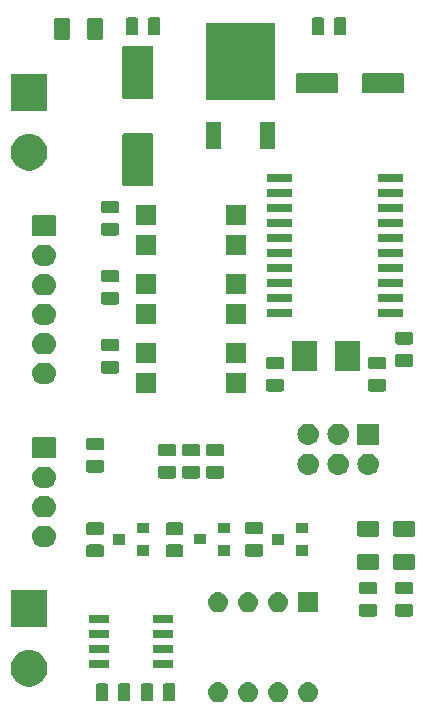
<source format=gbr>
G04 #@! TF.GenerationSoftware,KiCad,Pcbnew,5.1.4+dfsg1-1~bpo10+1*
G04 #@! TF.CreationDate,2019-10-25T23:34:54+10:00*
G04 #@! TF.ProjectId,interface,696e7465-7266-4616-9365-2e6b69636164,rev?*
G04 #@! TF.SameCoordinates,Original*
G04 #@! TF.FileFunction,Soldermask,Top*
G04 #@! TF.FilePolarity,Negative*
%FSLAX46Y46*%
G04 Gerber Fmt 4.6, Leading zero omitted, Abs format (unit mm)*
G04 Created by KiCad (PCBNEW 5.1.4+dfsg1-1~bpo10+1) date 2019-10-25 23:34:54*
%MOMM*%
%LPD*%
G04 APERTURE LIST*
%ADD10C,0.100000*%
G04 APERTURE END LIST*
D10*
G36*
X123610823Y-111302313D02*
G01*
X123771242Y-111350976D01*
X123874738Y-111406296D01*
X123919078Y-111429996D01*
X124048659Y-111536341D01*
X124155004Y-111665922D01*
X124155005Y-111665924D01*
X124234024Y-111813758D01*
X124282687Y-111974177D01*
X124299117Y-112141000D01*
X124282687Y-112307823D01*
X124234024Y-112468242D01*
X124163114Y-112600906D01*
X124155004Y-112616078D01*
X124048659Y-112745659D01*
X123919078Y-112852004D01*
X123919076Y-112852005D01*
X123771242Y-112931024D01*
X123610823Y-112979687D01*
X123485804Y-112992000D01*
X123402196Y-112992000D01*
X123277177Y-112979687D01*
X123116758Y-112931024D01*
X122968924Y-112852005D01*
X122968922Y-112852004D01*
X122839341Y-112745659D01*
X122732996Y-112616078D01*
X122724886Y-112600906D01*
X122653976Y-112468242D01*
X122605313Y-112307823D01*
X122588883Y-112141000D01*
X122605313Y-111974177D01*
X122653976Y-111813758D01*
X122732995Y-111665924D01*
X122732996Y-111665922D01*
X122839341Y-111536341D01*
X122968922Y-111429996D01*
X123013262Y-111406296D01*
X123116758Y-111350976D01*
X123277177Y-111302313D01*
X123402196Y-111290000D01*
X123485804Y-111290000D01*
X123610823Y-111302313D01*
X123610823Y-111302313D01*
G37*
G36*
X121070823Y-111302313D02*
G01*
X121231242Y-111350976D01*
X121334738Y-111406296D01*
X121379078Y-111429996D01*
X121508659Y-111536341D01*
X121615004Y-111665922D01*
X121615005Y-111665924D01*
X121694024Y-111813758D01*
X121742687Y-111974177D01*
X121759117Y-112141000D01*
X121742687Y-112307823D01*
X121694024Y-112468242D01*
X121623114Y-112600906D01*
X121615004Y-112616078D01*
X121508659Y-112745659D01*
X121379078Y-112852004D01*
X121379076Y-112852005D01*
X121231242Y-112931024D01*
X121070823Y-112979687D01*
X120945804Y-112992000D01*
X120862196Y-112992000D01*
X120737177Y-112979687D01*
X120576758Y-112931024D01*
X120428924Y-112852005D01*
X120428922Y-112852004D01*
X120299341Y-112745659D01*
X120192996Y-112616078D01*
X120184886Y-112600906D01*
X120113976Y-112468242D01*
X120065313Y-112307823D01*
X120048883Y-112141000D01*
X120065313Y-111974177D01*
X120113976Y-111813758D01*
X120192995Y-111665924D01*
X120192996Y-111665922D01*
X120299341Y-111536341D01*
X120428922Y-111429996D01*
X120473262Y-111406296D01*
X120576758Y-111350976D01*
X120737177Y-111302313D01*
X120862196Y-111290000D01*
X120945804Y-111290000D01*
X121070823Y-111302313D01*
X121070823Y-111302313D01*
G37*
G36*
X115990823Y-111302313D02*
G01*
X116151242Y-111350976D01*
X116254738Y-111406296D01*
X116299078Y-111429996D01*
X116428659Y-111536341D01*
X116535004Y-111665922D01*
X116535005Y-111665924D01*
X116614024Y-111813758D01*
X116662687Y-111974177D01*
X116679117Y-112141000D01*
X116662687Y-112307823D01*
X116614024Y-112468242D01*
X116543114Y-112600906D01*
X116535004Y-112616078D01*
X116428659Y-112745659D01*
X116299078Y-112852004D01*
X116299076Y-112852005D01*
X116151242Y-112931024D01*
X115990823Y-112979687D01*
X115865804Y-112992000D01*
X115782196Y-112992000D01*
X115657177Y-112979687D01*
X115496758Y-112931024D01*
X115348924Y-112852005D01*
X115348922Y-112852004D01*
X115219341Y-112745659D01*
X115112996Y-112616078D01*
X115104886Y-112600906D01*
X115033976Y-112468242D01*
X114985313Y-112307823D01*
X114968883Y-112141000D01*
X114985313Y-111974177D01*
X115033976Y-111813758D01*
X115112995Y-111665924D01*
X115112996Y-111665922D01*
X115219341Y-111536341D01*
X115348922Y-111429996D01*
X115393262Y-111406296D01*
X115496758Y-111350976D01*
X115657177Y-111302313D01*
X115782196Y-111290000D01*
X115865804Y-111290000D01*
X115990823Y-111302313D01*
X115990823Y-111302313D01*
G37*
G36*
X118530823Y-111302313D02*
G01*
X118691242Y-111350976D01*
X118794738Y-111406296D01*
X118839078Y-111429996D01*
X118968659Y-111536341D01*
X119075004Y-111665922D01*
X119075005Y-111665924D01*
X119154024Y-111813758D01*
X119202687Y-111974177D01*
X119219117Y-112141000D01*
X119202687Y-112307823D01*
X119154024Y-112468242D01*
X119083114Y-112600906D01*
X119075004Y-112616078D01*
X118968659Y-112745659D01*
X118839078Y-112852004D01*
X118839076Y-112852005D01*
X118691242Y-112931024D01*
X118530823Y-112979687D01*
X118405804Y-112992000D01*
X118322196Y-112992000D01*
X118197177Y-112979687D01*
X118036758Y-112931024D01*
X117888924Y-112852005D01*
X117888922Y-112852004D01*
X117759341Y-112745659D01*
X117652996Y-112616078D01*
X117644886Y-112600906D01*
X117573976Y-112468242D01*
X117525313Y-112307823D01*
X117508883Y-112141000D01*
X117525313Y-111974177D01*
X117573976Y-111813758D01*
X117652995Y-111665924D01*
X117652996Y-111665922D01*
X117759341Y-111536341D01*
X117888922Y-111429996D01*
X117933262Y-111406296D01*
X118036758Y-111350976D01*
X118197177Y-111302313D01*
X118322196Y-111290000D01*
X118405804Y-111290000D01*
X118530823Y-111302313D01*
X118530823Y-111302313D01*
G37*
G36*
X110178468Y-111394565D02*
G01*
X110217138Y-111406296D01*
X110252777Y-111425346D01*
X110284017Y-111450983D01*
X110309654Y-111482223D01*
X110328704Y-111517862D01*
X110340435Y-111556532D01*
X110345000Y-111602888D01*
X110345000Y-112679112D01*
X110340435Y-112725468D01*
X110328704Y-112764138D01*
X110309654Y-112799777D01*
X110284017Y-112831017D01*
X110252777Y-112856654D01*
X110217138Y-112875704D01*
X110178468Y-112887435D01*
X110132112Y-112892000D01*
X109480888Y-112892000D01*
X109434532Y-112887435D01*
X109395862Y-112875704D01*
X109360223Y-112856654D01*
X109328983Y-112831017D01*
X109303346Y-112799777D01*
X109284296Y-112764138D01*
X109272565Y-112725468D01*
X109268000Y-112679112D01*
X109268000Y-111602888D01*
X109272565Y-111556532D01*
X109284296Y-111517862D01*
X109303346Y-111482223D01*
X109328983Y-111450983D01*
X109360223Y-111425346D01*
X109395862Y-111406296D01*
X109434532Y-111394565D01*
X109480888Y-111390000D01*
X110132112Y-111390000D01*
X110178468Y-111394565D01*
X110178468Y-111394565D01*
G37*
G36*
X106368468Y-111394565D02*
G01*
X106407138Y-111406296D01*
X106442777Y-111425346D01*
X106474017Y-111450983D01*
X106499654Y-111482223D01*
X106518704Y-111517862D01*
X106530435Y-111556532D01*
X106535000Y-111602888D01*
X106535000Y-112679112D01*
X106530435Y-112725468D01*
X106518704Y-112764138D01*
X106499654Y-112799777D01*
X106474017Y-112831017D01*
X106442777Y-112856654D01*
X106407138Y-112875704D01*
X106368468Y-112887435D01*
X106322112Y-112892000D01*
X105670888Y-112892000D01*
X105624532Y-112887435D01*
X105585862Y-112875704D01*
X105550223Y-112856654D01*
X105518983Y-112831017D01*
X105493346Y-112799777D01*
X105474296Y-112764138D01*
X105462565Y-112725468D01*
X105458000Y-112679112D01*
X105458000Y-111602888D01*
X105462565Y-111556532D01*
X105474296Y-111517862D01*
X105493346Y-111482223D01*
X105518983Y-111450983D01*
X105550223Y-111425346D01*
X105585862Y-111406296D01*
X105624532Y-111394565D01*
X105670888Y-111390000D01*
X106322112Y-111390000D01*
X106368468Y-111394565D01*
X106368468Y-111394565D01*
G37*
G36*
X108243468Y-111394565D02*
G01*
X108282138Y-111406296D01*
X108317777Y-111425346D01*
X108349017Y-111450983D01*
X108374654Y-111482223D01*
X108393704Y-111517862D01*
X108405435Y-111556532D01*
X108410000Y-111602888D01*
X108410000Y-112679112D01*
X108405435Y-112725468D01*
X108393704Y-112764138D01*
X108374654Y-112799777D01*
X108349017Y-112831017D01*
X108317777Y-112856654D01*
X108282138Y-112875704D01*
X108243468Y-112887435D01*
X108197112Y-112892000D01*
X107545888Y-112892000D01*
X107499532Y-112887435D01*
X107460862Y-112875704D01*
X107425223Y-112856654D01*
X107393983Y-112831017D01*
X107368346Y-112799777D01*
X107349296Y-112764138D01*
X107337565Y-112725468D01*
X107333000Y-112679112D01*
X107333000Y-111602888D01*
X107337565Y-111556532D01*
X107349296Y-111517862D01*
X107368346Y-111482223D01*
X107393983Y-111450983D01*
X107425223Y-111425346D01*
X107460862Y-111406296D01*
X107499532Y-111394565D01*
X107545888Y-111390000D01*
X108197112Y-111390000D01*
X108243468Y-111394565D01*
X108243468Y-111394565D01*
G37*
G36*
X112053468Y-111394565D02*
G01*
X112092138Y-111406296D01*
X112127777Y-111425346D01*
X112159017Y-111450983D01*
X112184654Y-111482223D01*
X112203704Y-111517862D01*
X112215435Y-111556532D01*
X112220000Y-111602888D01*
X112220000Y-112679112D01*
X112215435Y-112725468D01*
X112203704Y-112764138D01*
X112184654Y-112799777D01*
X112159017Y-112831017D01*
X112127777Y-112856654D01*
X112092138Y-112875704D01*
X112053468Y-112887435D01*
X112007112Y-112892000D01*
X111355888Y-112892000D01*
X111309532Y-112887435D01*
X111270862Y-112875704D01*
X111235223Y-112856654D01*
X111203983Y-112831017D01*
X111178346Y-112799777D01*
X111159296Y-112764138D01*
X111147565Y-112725468D01*
X111143000Y-112679112D01*
X111143000Y-111602888D01*
X111147565Y-111556532D01*
X111159296Y-111517862D01*
X111178346Y-111482223D01*
X111203983Y-111450983D01*
X111235223Y-111425346D01*
X111270862Y-111406296D01*
X111309532Y-111394565D01*
X111355888Y-111390000D01*
X112007112Y-111390000D01*
X112053468Y-111394565D01*
X112053468Y-111394565D01*
G37*
G36*
X100124585Y-108587802D02*
G01*
X100274410Y-108617604D01*
X100556674Y-108734521D01*
X100810705Y-108904259D01*
X101026741Y-109120295D01*
X101196479Y-109374326D01*
X101313396Y-109656590D01*
X101373000Y-109956240D01*
X101373000Y-110261760D01*
X101313396Y-110561410D01*
X101196479Y-110843674D01*
X101026741Y-111097705D01*
X100810705Y-111313741D01*
X100556674Y-111483479D01*
X100274410Y-111600396D01*
X100124585Y-111630198D01*
X99974761Y-111660000D01*
X99669239Y-111660000D01*
X99519415Y-111630198D01*
X99369590Y-111600396D01*
X99087326Y-111483479D01*
X98833295Y-111313741D01*
X98617259Y-111097705D01*
X98447521Y-110843674D01*
X98330604Y-110561410D01*
X98271000Y-110261760D01*
X98271000Y-109956240D01*
X98330604Y-109656590D01*
X98447521Y-109374326D01*
X98617259Y-109120295D01*
X98833295Y-108904259D01*
X99087326Y-108734521D01*
X99369590Y-108617604D01*
X99519415Y-108587802D01*
X99669239Y-108558000D01*
X99974761Y-108558000D01*
X100124585Y-108587802D01*
X100124585Y-108587802D01*
G37*
G36*
X111984000Y-110079000D02*
G01*
X110332000Y-110079000D01*
X110332000Y-109377000D01*
X111984000Y-109377000D01*
X111984000Y-110079000D01*
X111984000Y-110079000D01*
G37*
G36*
X106584000Y-110079000D02*
G01*
X104932000Y-110079000D01*
X104932000Y-109377000D01*
X106584000Y-109377000D01*
X106584000Y-110079000D01*
X106584000Y-110079000D01*
G37*
G36*
X106584000Y-108809000D02*
G01*
X104932000Y-108809000D01*
X104932000Y-108107000D01*
X106584000Y-108107000D01*
X106584000Y-108809000D01*
X106584000Y-108809000D01*
G37*
G36*
X111984000Y-108809000D02*
G01*
X110332000Y-108809000D01*
X110332000Y-108107000D01*
X111984000Y-108107000D01*
X111984000Y-108809000D01*
X111984000Y-108809000D01*
G37*
G36*
X106584000Y-107539000D02*
G01*
X104932000Y-107539000D01*
X104932000Y-106837000D01*
X106584000Y-106837000D01*
X106584000Y-107539000D01*
X106584000Y-107539000D01*
G37*
G36*
X111984000Y-107539000D02*
G01*
X110332000Y-107539000D01*
X110332000Y-106837000D01*
X111984000Y-106837000D01*
X111984000Y-107539000D01*
X111984000Y-107539000D01*
G37*
G36*
X101373000Y-106580000D02*
G01*
X98271000Y-106580000D01*
X98271000Y-103478000D01*
X101373000Y-103478000D01*
X101373000Y-106580000D01*
X101373000Y-106580000D01*
G37*
G36*
X111984000Y-106269000D02*
G01*
X110332000Y-106269000D01*
X110332000Y-105567000D01*
X111984000Y-105567000D01*
X111984000Y-106269000D01*
X111984000Y-106269000D01*
G37*
G36*
X106584000Y-106269000D02*
G01*
X104932000Y-106269000D01*
X104932000Y-105567000D01*
X106584000Y-105567000D01*
X106584000Y-106269000D01*
X106584000Y-106269000D01*
G37*
G36*
X129108468Y-104670565D02*
G01*
X129147138Y-104682296D01*
X129182777Y-104701346D01*
X129214017Y-104726983D01*
X129239654Y-104758223D01*
X129258704Y-104793862D01*
X129270435Y-104832532D01*
X129275000Y-104878888D01*
X129275000Y-105530112D01*
X129270435Y-105576468D01*
X129258704Y-105615138D01*
X129239654Y-105650777D01*
X129214017Y-105682017D01*
X129182777Y-105707654D01*
X129147138Y-105726704D01*
X129108468Y-105738435D01*
X129062112Y-105743000D01*
X127985888Y-105743000D01*
X127939532Y-105738435D01*
X127900862Y-105726704D01*
X127865223Y-105707654D01*
X127833983Y-105682017D01*
X127808346Y-105650777D01*
X127789296Y-105615138D01*
X127777565Y-105576468D01*
X127773000Y-105530112D01*
X127773000Y-104878888D01*
X127777565Y-104832532D01*
X127789296Y-104793862D01*
X127808346Y-104758223D01*
X127833983Y-104726983D01*
X127865223Y-104701346D01*
X127900862Y-104682296D01*
X127939532Y-104670565D01*
X127985888Y-104666000D01*
X129062112Y-104666000D01*
X129108468Y-104670565D01*
X129108468Y-104670565D01*
G37*
G36*
X132156468Y-104670565D02*
G01*
X132195138Y-104682296D01*
X132230777Y-104701346D01*
X132262017Y-104726983D01*
X132287654Y-104758223D01*
X132306704Y-104793862D01*
X132318435Y-104832532D01*
X132323000Y-104878888D01*
X132323000Y-105530112D01*
X132318435Y-105576468D01*
X132306704Y-105615138D01*
X132287654Y-105650777D01*
X132262017Y-105682017D01*
X132230777Y-105707654D01*
X132195138Y-105726704D01*
X132156468Y-105738435D01*
X132110112Y-105743000D01*
X131033888Y-105743000D01*
X130987532Y-105738435D01*
X130948862Y-105726704D01*
X130913223Y-105707654D01*
X130881983Y-105682017D01*
X130856346Y-105650777D01*
X130837296Y-105615138D01*
X130825565Y-105576468D01*
X130821000Y-105530112D01*
X130821000Y-104878888D01*
X130825565Y-104832532D01*
X130837296Y-104793862D01*
X130856346Y-104758223D01*
X130881983Y-104726983D01*
X130913223Y-104701346D01*
X130948862Y-104682296D01*
X130987532Y-104670565D01*
X131033888Y-104666000D01*
X132110112Y-104666000D01*
X132156468Y-104670565D01*
X132156468Y-104670565D01*
G37*
G36*
X118530823Y-103682313D02*
G01*
X118691242Y-103730976D01*
X118800057Y-103789139D01*
X118839078Y-103809996D01*
X118968659Y-103916341D01*
X119075004Y-104045922D01*
X119075005Y-104045924D01*
X119154024Y-104193758D01*
X119202687Y-104354177D01*
X119219117Y-104521000D01*
X119202687Y-104687823D01*
X119154024Y-104848242D01*
X119137643Y-104878888D01*
X119075004Y-104996078D01*
X118968659Y-105125659D01*
X118839078Y-105232004D01*
X118839076Y-105232005D01*
X118691242Y-105311024D01*
X118530823Y-105359687D01*
X118405804Y-105372000D01*
X118322196Y-105372000D01*
X118197177Y-105359687D01*
X118036758Y-105311024D01*
X117888924Y-105232005D01*
X117888922Y-105232004D01*
X117759341Y-105125659D01*
X117652996Y-104996078D01*
X117590357Y-104878888D01*
X117573976Y-104848242D01*
X117525313Y-104687823D01*
X117508883Y-104521000D01*
X117525313Y-104354177D01*
X117573976Y-104193758D01*
X117652995Y-104045924D01*
X117652996Y-104045922D01*
X117759341Y-103916341D01*
X117888922Y-103809996D01*
X117927943Y-103789139D01*
X118036758Y-103730976D01*
X118197177Y-103682313D01*
X118322196Y-103670000D01*
X118405804Y-103670000D01*
X118530823Y-103682313D01*
X118530823Y-103682313D01*
G37*
G36*
X115990823Y-103682313D02*
G01*
X116151242Y-103730976D01*
X116260057Y-103789139D01*
X116299078Y-103809996D01*
X116428659Y-103916341D01*
X116535004Y-104045922D01*
X116535005Y-104045924D01*
X116614024Y-104193758D01*
X116662687Y-104354177D01*
X116679117Y-104521000D01*
X116662687Y-104687823D01*
X116614024Y-104848242D01*
X116597643Y-104878888D01*
X116535004Y-104996078D01*
X116428659Y-105125659D01*
X116299078Y-105232004D01*
X116299076Y-105232005D01*
X116151242Y-105311024D01*
X115990823Y-105359687D01*
X115865804Y-105372000D01*
X115782196Y-105372000D01*
X115657177Y-105359687D01*
X115496758Y-105311024D01*
X115348924Y-105232005D01*
X115348922Y-105232004D01*
X115219341Y-105125659D01*
X115112996Y-104996078D01*
X115050357Y-104878888D01*
X115033976Y-104848242D01*
X114985313Y-104687823D01*
X114968883Y-104521000D01*
X114985313Y-104354177D01*
X115033976Y-104193758D01*
X115112995Y-104045924D01*
X115112996Y-104045922D01*
X115219341Y-103916341D01*
X115348922Y-103809996D01*
X115387943Y-103789139D01*
X115496758Y-103730976D01*
X115657177Y-103682313D01*
X115782196Y-103670000D01*
X115865804Y-103670000D01*
X115990823Y-103682313D01*
X115990823Y-103682313D01*
G37*
G36*
X124295000Y-105372000D02*
G01*
X122593000Y-105372000D01*
X122593000Y-103670000D01*
X124295000Y-103670000D01*
X124295000Y-105372000D01*
X124295000Y-105372000D01*
G37*
G36*
X121070823Y-103682313D02*
G01*
X121231242Y-103730976D01*
X121340057Y-103789139D01*
X121379078Y-103809996D01*
X121508659Y-103916341D01*
X121615004Y-104045922D01*
X121615005Y-104045924D01*
X121694024Y-104193758D01*
X121742687Y-104354177D01*
X121759117Y-104521000D01*
X121742687Y-104687823D01*
X121694024Y-104848242D01*
X121677643Y-104878888D01*
X121615004Y-104996078D01*
X121508659Y-105125659D01*
X121379078Y-105232004D01*
X121379076Y-105232005D01*
X121231242Y-105311024D01*
X121070823Y-105359687D01*
X120945804Y-105372000D01*
X120862196Y-105372000D01*
X120737177Y-105359687D01*
X120576758Y-105311024D01*
X120428924Y-105232005D01*
X120428922Y-105232004D01*
X120299341Y-105125659D01*
X120192996Y-104996078D01*
X120130357Y-104878888D01*
X120113976Y-104848242D01*
X120065313Y-104687823D01*
X120048883Y-104521000D01*
X120065313Y-104354177D01*
X120113976Y-104193758D01*
X120192995Y-104045924D01*
X120192996Y-104045922D01*
X120299341Y-103916341D01*
X120428922Y-103809996D01*
X120467943Y-103789139D01*
X120576758Y-103730976D01*
X120737177Y-103682313D01*
X120862196Y-103670000D01*
X120945804Y-103670000D01*
X121070823Y-103682313D01*
X121070823Y-103682313D01*
G37*
G36*
X132156468Y-102795565D02*
G01*
X132195138Y-102807296D01*
X132230777Y-102826346D01*
X132262017Y-102851983D01*
X132287654Y-102883223D01*
X132306704Y-102918862D01*
X132318435Y-102957532D01*
X132323000Y-103003888D01*
X132323000Y-103655112D01*
X132318435Y-103701468D01*
X132306704Y-103740138D01*
X132287654Y-103775777D01*
X132262017Y-103807017D01*
X132230777Y-103832654D01*
X132195138Y-103851704D01*
X132156468Y-103863435D01*
X132110112Y-103868000D01*
X131033888Y-103868000D01*
X130987532Y-103863435D01*
X130948862Y-103851704D01*
X130913223Y-103832654D01*
X130881983Y-103807017D01*
X130856346Y-103775777D01*
X130837296Y-103740138D01*
X130825565Y-103701468D01*
X130821000Y-103655112D01*
X130821000Y-103003888D01*
X130825565Y-102957532D01*
X130837296Y-102918862D01*
X130856346Y-102883223D01*
X130881983Y-102851983D01*
X130913223Y-102826346D01*
X130948862Y-102807296D01*
X130987532Y-102795565D01*
X131033888Y-102791000D01*
X132110112Y-102791000D01*
X132156468Y-102795565D01*
X132156468Y-102795565D01*
G37*
G36*
X129108468Y-102795565D02*
G01*
X129147138Y-102807296D01*
X129182777Y-102826346D01*
X129214017Y-102851983D01*
X129239654Y-102883223D01*
X129258704Y-102918862D01*
X129270435Y-102957532D01*
X129275000Y-103003888D01*
X129275000Y-103655112D01*
X129270435Y-103701468D01*
X129258704Y-103740138D01*
X129239654Y-103775777D01*
X129214017Y-103807017D01*
X129182777Y-103832654D01*
X129147138Y-103851704D01*
X129108468Y-103863435D01*
X129062112Y-103868000D01*
X127985888Y-103868000D01*
X127939532Y-103863435D01*
X127900862Y-103851704D01*
X127865223Y-103832654D01*
X127833983Y-103807017D01*
X127808346Y-103775777D01*
X127789296Y-103740138D01*
X127777565Y-103701468D01*
X127773000Y-103655112D01*
X127773000Y-103003888D01*
X127777565Y-102957532D01*
X127789296Y-102918862D01*
X127808346Y-102883223D01*
X127833983Y-102851983D01*
X127865223Y-102826346D01*
X127900862Y-102807296D01*
X127939532Y-102795565D01*
X127985888Y-102791000D01*
X129062112Y-102791000D01*
X129108468Y-102795565D01*
X129108468Y-102795565D01*
G37*
G36*
X129292604Y-100423347D02*
G01*
X129329144Y-100434432D01*
X129362821Y-100452433D01*
X129392341Y-100476659D01*
X129416567Y-100506179D01*
X129434568Y-100539856D01*
X129445653Y-100576396D01*
X129450000Y-100620538D01*
X129450000Y-101569462D01*
X129445653Y-101613604D01*
X129434568Y-101650144D01*
X129416567Y-101683821D01*
X129392341Y-101713341D01*
X129362821Y-101737567D01*
X129329144Y-101755568D01*
X129292604Y-101766653D01*
X129248462Y-101771000D01*
X127799538Y-101771000D01*
X127755396Y-101766653D01*
X127718856Y-101755568D01*
X127685179Y-101737567D01*
X127655659Y-101713341D01*
X127631433Y-101683821D01*
X127613432Y-101650144D01*
X127602347Y-101613604D01*
X127598000Y-101569462D01*
X127598000Y-100620538D01*
X127602347Y-100576396D01*
X127613432Y-100539856D01*
X127631433Y-100506179D01*
X127655659Y-100476659D01*
X127685179Y-100452433D01*
X127718856Y-100434432D01*
X127755396Y-100423347D01*
X127799538Y-100419000D01*
X129248462Y-100419000D01*
X129292604Y-100423347D01*
X129292604Y-100423347D01*
G37*
G36*
X132340604Y-100423347D02*
G01*
X132377144Y-100434432D01*
X132410821Y-100452433D01*
X132440341Y-100476659D01*
X132464567Y-100506179D01*
X132482568Y-100539856D01*
X132493653Y-100576396D01*
X132498000Y-100620538D01*
X132498000Y-101569462D01*
X132493653Y-101613604D01*
X132482568Y-101650144D01*
X132464567Y-101683821D01*
X132440341Y-101713341D01*
X132410821Y-101737567D01*
X132377144Y-101755568D01*
X132340604Y-101766653D01*
X132296462Y-101771000D01*
X130847538Y-101771000D01*
X130803396Y-101766653D01*
X130766856Y-101755568D01*
X130733179Y-101737567D01*
X130703659Y-101713341D01*
X130679433Y-101683821D01*
X130661432Y-101650144D01*
X130650347Y-101613604D01*
X130646000Y-101569462D01*
X130646000Y-100620538D01*
X130650347Y-100576396D01*
X130661432Y-100539856D01*
X130679433Y-100506179D01*
X130703659Y-100476659D01*
X130733179Y-100452433D01*
X130766856Y-100434432D01*
X130803396Y-100423347D01*
X130847538Y-100419000D01*
X132296462Y-100419000D01*
X132340604Y-100423347D01*
X132340604Y-100423347D01*
G37*
G36*
X112725468Y-99639065D02*
G01*
X112764138Y-99650796D01*
X112799777Y-99669846D01*
X112831017Y-99695483D01*
X112856654Y-99726723D01*
X112875704Y-99762362D01*
X112887435Y-99801032D01*
X112892000Y-99847388D01*
X112892000Y-100498612D01*
X112887435Y-100544968D01*
X112875704Y-100583638D01*
X112856654Y-100619277D01*
X112831017Y-100650517D01*
X112799777Y-100676154D01*
X112764138Y-100695204D01*
X112725468Y-100706935D01*
X112679112Y-100711500D01*
X111602888Y-100711500D01*
X111556532Y-100706935D01*
X111517862Y-100695204D01*
X111482223Y-100676154D01*
X111450983Y-100650517D01*
X111425346Y-100619277D01*
X111406296Y-100583638D01*
X111394565Y-100544968D01*
X111390000Y-100498612D01*
X111390000Y-99847388D01*
X111394565Y-99801032D01*
X111406296Y-99762362D01*
X111425346Y-99726723D01*
X111450983Y-99695483D01*
X111482223Y-99669846D01*
X111517862Y-99650796D01*
X111556532Y-99639065D01*
X111602888Y-99634500D01*
X112679112Y-99634500D01*
X112725468Y-99639065D01*
X112725468Y-99639065D01*
G37*
G36*
X105994468Y-99639065D02*
G01*
X106033138Y-99650796D01*
X106068777Y-99669846D01*
X106100017Y-99695483D01*
X106125654Y-99726723D01*
X106144704Y-99762362D01*
X106156435Y-99801032D01*
X106161000Y-99847388D01*
X106161000Y-100498612D01*
X106156435Y-100544968D01*
X106144704Y-100583638D01*
X106125654Y-100619277D01*
X106100017Y-100650517D01*
X106068777Y-100676154D01*
X106033138Y-100695204D01*
X105994468Y-100706935D01*
X105948112Y-100711500D01*
X104871888Y-100711500D01*
X104825532Y-100706935D01*
X104786862Y-100695204D01*
X104751223Y-100676154D01*
X104719983Y-100650517D01*
X104694346Y-100619277D01*
X104675296Y-100583638D01*
X104663565Y-100544968D01*
X104659000Y-100498612D01*
X104659000Y-99847388D01*
X104663565Y-99801032D01*
X104675296Y-99762362D01*
X104694346Y-99726723D01*
X104719983Y-99695483D01*
X104751223Y-99669846D01*
X104786862Y-99650796D01*
X104825532Y-99639065D01*
X104871888Y-99634500D01*
X105948112Y-99634500D01*
X105994468Y-99639065D01*
X105994468Y-99639065D01*
G37*
G36*
X119456468Y-99590565D02*
G01*
X119495138Y-99602296D01*
X119530777Y-99621346D01*
X119562017Y-99646983D01*
X119587654Y-99678223D01*
X119606704Y-99713862D01*
X119618435Y-99752532D01*
X119623000Y-99798888D01*
X119623000Y-100450112D01*
X119618435Y-100496468D01*
X119606704Y-100535138D01*
X119587654Y-100570777D01*
X119562017Y-100602017D01*
X119530777Y-100627654D01*
X119495138Y-100646704D01*
X119456468Y-100658435D01*
X119410112Y-100663000D01*
X118333888Y-100663000D01*
X118287532Y-100658435D01*
X118248862Y-100646704D01*
X118213223Y-100627654D01*
X118181983Y-100602017D01*
X118156346Y-100570777D01*
X118137296Y-100535138D01*
X118125565Y-100496468D01*
X118121000Y-100450112D01*
X118121000Y-99798888D01*
X118125565Y-99752532D01*
X118137296Y-99713862D01*
X118156346Y-99678223D01*
X118181983Y-99646983D01*
X118213223Y-99621346D01*
X118248862Y-99602296D01*
X118287532Y-99590565D01*
X118333888Y-99586000D01*
X119410112Y-99586000D01*
X119456468Y-99590565D01*
X119456468Y-99590565D01*
G37*
G36*
X109959000Y-100588000D02*
G01*
X108957000Y-100588000D01*
X108957000Y-99686000D01*
X109959000Y-99686000D01*
X109959000Y-100588000D01*
X109959000Y-100588000D01*
G37*
G36*
X123421000Y-100588000D02*
G01*
X122419000Y-100588000D01*
X122419000Y-99686000D01*
X123421000Y-99686000D01*
X123421000Y-100588000D01*
X123421000Y-100588000D01*
G37*
G36*
X116817000Y-100585000D02*
G01*
X115815000Y-100585000D01*
X115815000Y-99683000D01*
X116817000Y-99683000D01*
X116817000Y-100585000D01*
X116817000Y-100585000D01*
G37*
G36*
X101327443Y-98045519D02*
G01*
X101393627Y-98052037D01*
X101563466Y-98103557D01*
X101719991Y-98187222D01*
X101755729Y-98216552D01*
X101857186Y-98299814D01*
X101940448Y-98401271D01*
X101969778Y-98437009D01*
X102053443Y-98593534D01*
X102104963Y-98763373D01*
X102122359Y-98940000D01*
X102104963Y-99116627D01*
X102053443Y-99286466D01*
X101969778Y-99442991D01*
X101940448Y-99478729D01*
X101857186Y-99580186D01*
X101755729Y-99663448D01*
X101719991Y-99692778D01*
X101719989Y-99692779D01*
X101589810Y-99762362D01*
X101563466Y-99776443D01*
X101393627Y-99827963D01*
X101327443Y-99834481D01*
X101261260Y-99841000D01*
X100922740Y-99841000D01*
X100856557Y-99834481D01*
X100790373Y-99827963D01*
X100620534Y-99776443D01*
X100594191Y-99762362D01*
X100464011Y-99692779D01*
X100464009Y-99692778D01*
X100428271Y-99663448D01*
X100326814Y-99580186D01*
X100243552Y-99478729D01*
X100214222Y-99442991D01*
X100130557Y-99286466D01*
X100079037Y-99116627D01*
X100061641Y-98940000D01*
X100079037Y-98763373D01*
X100130557Y-98593534D01*
X100214222Y-98437009D01*
X100243552Y-98401271D01*
X100326814Y-98299814D01*
X100428271Y-98216552D01*
X100464009Y-98187222D01*
X100620534Y-98103557D01*
X100790373Y-98052037D01*
X100856557Y-98045519D01*
X100922740Y-98039000D01*
X101261260Y-98039000D01*
X101327443Y-98045519D01*
X101327443Y-98045519D01*
G37*
G36*
X121421000Y-99638000D02*
G01*
X120419000Y-99638000D01*
X120419000Y-98736000D01*
X121421000Y-98736000D01*
X121421000Y-99638000D01*
X121421000Y-99638000D01*
G37*
G36*
X107959000Y-99638000D02*
G01*
X106957000Y-99638000D01*
X106957000Y-98736000D01*
X107959000Y-98736000D01*
X107959000Y-99638000D01*
X107959000Y-99638000D01*
G37*
G36*
X114817000Y-99635000D02*
G01*
X113815000Y-99635000D01*
X113815000Y-98733000D01*
X114817000Y-98733000D01*
X114817000Y-99635000D01*
X114817000Y-99635000D01*
G37*
G36*
X132340604Y-97623347D02*
G01*
X132377144Y-97634432D01*
X132410821Y-97652433D01*
X132440341Y-97676659D01*
X132464567Y-97706179D01*
X132482568Y-97739856D01*
X132493653Y-97776396D01*
X132498000Y-97820538D01*
X132498000Y-98769462D01*
X132493653Y-98813604D01*
X132482568Y-98850144D01*
X132464567Y-98883821D01*
X132440341Y-98913341D01*
X132410821Y-98937567D01*
X132377144Y-98955568D01*
X132340604Y-98966653D01*
X132296462Y-98971000D01*
X130847538Y-98971000D01*
X130803396Y-98966653D01*
X130766856Y-98955568D01*
X130733179Y-98937567D01*
X130703659Y-98913341D01*
X130679433Y-98883821D01*
X130661432Y-98850144D01*
X130650347Y-98813604D01*
X130646000Y-98769462D01*
X130646000Y-97820538D01*
X130650347Y-97776396D01*
X130661432Y-97739856D01*
X130679433Y-97706179D01*
X130703659Y-97676659D01*
X130733179Y-97652433D01*
X130766856Y-97634432D01*
X130803396Y-97623347D01*
X130847538Y-97619000D01*
X132296462Y-97619000D01*
X132340604Y-97623347D01*
X132340604Y-97623347D01*
G37*
G36*
X129292604Y-97623347D02*
G01*
X129329144Y-97634432D01*
X129362821Y-97652433D01*
X129392341Y-97676659D01*
X129416567Y-97706179D01*
X129434568Y-97739856D01*
X129445653Y-97776396D01*
X129450000Y-97820538D01*
X129450000Y-98769462D01*
X129445653Y-98813604D01*
X129434568Y-98850144D01*
X129416567Y-98883821D01*
X129392341Y-98913341D01*
X129362821Y-98937567D01*
X129329144Y-98955568D01*
X129292604Y-98966653D01*
X129248462Y-98971000D01*
X127799538Y-98971000D01*
X127755396Y-98966653D01*
X127718856Y-98955568D01*
X127685179Y-98937567D01*
X127655659Y-98913341D01*
X127631433Y-98883821D01*
X127613432Y-98850144D01*
X127602347Y-98813604D01*
X127598000Y-98769462D01*
X127598000Y-97820538D01*
X127602347Y-97776396D01*
X127613432Y-97739856D01*
X127631433Y-97706179D01*
X127655659Y-97676659D01*
X127685179Y-97652433D01*
X127718856Y-97634432D01*
X127755396Y-97623347D01*
X127799538Y-97619000D01*
X129248462Y-97619000D01*
X129292604Y-97623347D01*
X129292604Y-97623347D01*
G37*
G36*
X112725468Y-97764065D02*
G01*
X112764138Y-97775796D01*
X112799777Y-97794846D01*
X112831017Y-97820483D01*
X112856654Y-97851723D01*
X112875704Y-97887362D01*
X112887435Y-97926032D01*
X112892000Y-97972388D01*
X112892000Y-98623612D01*
X112887435Y-98669968D01*
X112875704Y-98708638D01*
X112856654Y-98744277D01*
X112831017Y-98775517D01*
X112799777Y-98801154D01*
X112764138Y-98820204D01*
X112725468Y-98831935D01*
X112679112Y-98836500D01*
X111602888Y-98836500D01*
X111556532Y-98831935D01*
X111517862Y-98820204D01*
X111482223Y-98801154D01*
X111450983Y-98775517D01*
X111425346Y-98744277D01*
X111406296Y-98708638D01*
X111394565Y-98669968D01*
X111390000Y-98623612D01*
X111390000Y-97972388D01*
X111394565Y-97926032D01*
X111406296Y-97887362D01*
X111425346Y-97851723D01*
X111450983Y-97820483D01*
X111482223Y-97794846D01*
X111517862Y-97775796D01*
X111556532Y-97764065D01*
X111602888Y-97759500D01*
X112679112Y-97759500D01*
X112725468Y-97764065D01*
X112725468Y-97764065D01*
G37*
G36*
X105994468Y-97764065D02*
G01*
X106033138Y-97775796D01*
X106068777Y-97794846D01*
X106100017Y-97820483D01*
X106125654Y-97851723D01*
X106144704Y-97887362D01*
X106156435Y-97926032D01*
X106161000Y-97972388D01*
X106161000Y-98623612D01*
X106156435Y-98669968D01*
X106144704Y-98708638D01*
X106125654Y-98744277D01*
X106100017Y-98775517D01*
X106068777Y-98801154D01*
X106033138Y-98820204D01*
X105994468Y-98831935D01*
X105948112Y-98836500D01*
X104871888Y-98836500D01*
X104825532Y-98831935D01*
X104786862Y-98820204D01*
X104751223Y-98801154D01*
X104719983Y-98775517D01*
X104694346Y-98744277D01*
X104675296Y-98708638D01*
X104663565Y-98669968D01*
X104659000Y-98623612D01*
X104659000Y-97972388D01*
X104663565Y-97926032D01*
X104675296Y-97887362D01*
X104694346Y-97851723D01*
X104719983Y-97820483D01*
X104751223Y-97794846D01*
X104786862Y-97775796D01*
X104825532Y-97764065D01*
X104871888Y-97759500D01*
X105948112Y-97759500D01*
X105994468Y-97764065D01*
X105994468Y-97764065D01*
G37*
G36*
X119456468Y-97715565D02*
G01*
X119495138Y-97727296D01*
X119530777Y-97746346D01*
X119562017Y-97771983D01*
X119587654Y-97803223D01*
X119606704Y-97838862D01*
X119618435Y-97877532D01*
X119623000Y-97923888D01*
X119623000Y-98575112D01*
X119618435Y-98621468D01*
X119606704Y-98660138D01*
X119587654Y-98695777D01*
X119562017Y-98727017D01*
X119530777Y-98752654D01*
X119495138Y-98771704D01*
X119456468Y-98783435D01*
X119410112Y-98788000D01*
X118333888Y-98788000D01*
X118287532Y-98783435D01*
X118248862Y-98771704D01*
X118213223Y-98752654D01*
X118181983Y-98727017D01*
X118156346Y-98695777D01*
X118137296Y-98660138D01*
X118125565Y-98621468D01*
X118121000Y-98575112D01*
X118121000Y-97923888D01*
X118125565Y-97877532D01*
X118137296Y-97838862D01*
X118156346Y-97803223D01*
X118181983Y-97771983D01*
X118213223Y-97746346D01*
X118248862Y-97727296D01*
X118287532Y-97715565D01*
X118333888Y-97711000D01*
X119410112Y-97711000D01*
X119456468Y-97715565D01*
X119456468Y-97715565D01*
G37*
G36*
X123421000Y-98688000D02*
G01*
X122419000Y-98688000D01*
X122419000Y-97786000D01*
X123421000Y-97786000D01*
X123421000Y-98688000D01*
X123421000Y-98688000D01*
G37*
G36*
X109959000Y-98688000D02*
G01*
X108957000Y-98688000D01*
X108957000Y-97786000D01*
X109959000Y-97786000D01*
X109959000Y-98688000D01*
X109959000Y-98688000D01*
G37*
G36*
X116817000Y-98685000D02*
G01*
X115815000Y-98685000D01*
X115815000Y-97783000D01*
X116817000Y-97783000D01*
X116817000Y-98685000D01*
X116817000Y-98685000D01*
G37*
G36*
X101327442Y-95545518D02*
G01*
X101393627Y-95552037D01*
X101563466Y-95603557D01*
X101719991Y-95687222D01*
X101755729Y-95716552D01*
X101857186Y-95799814D01*
X101940448Y-95901271D01*
X101969778Y-95937009D01*
X102053443Y-96093534D01*
X102104963Y-96263373D01*
X102122359Y-96440000D01*
X102104963Y-96616627D01*
X102053443Y-96786466D01*
X101969778Y-96942991D01*
X101940448Y-96978729D01*
X101857186Y-97080186D01*
X101755729Y-97163448D01*
X101719991Y-97192778D01*
X101563466Y-97276443D01*
X101393627Y-97327963D01*
X101327443Y-97334481D01*
X101261260Y-97341000D01*
X100922740Y-97341000D01*
X100856557Y-97334481D01*
X100790373Y-97327963D01*
X100620534Y-97276443D01*
X100464009Y-97192778D01*
X100428271Y-97163448D01*
X100326814Y-97080186D01*
X100243552Y-96978729D01*
X100214222Y-96942991D01*
X100130557Y-96786466D01*
X100079037Y-96616627D01*
X100061641Y-96440000D01*
X100079037Y-96263373D01*
X100130557Y-96093534D01*
X100214222Y-95937009D01*
X100243552Y-95901271D01*
X100326814Y-95799814D01*
X100428271Y-95716552D01*
X100464009Y-95687222D01*
X100620534Y-95603557D01*
X100790373Y-95552037D01*
X100856558Y-95545518D01*
X100922740Y-95539000D01*
X101261260Y-95539000D01*
X101327442Y-95545518D01*
X101327442Y-95545518D01*
G37*
G36*
X101327442Y-93045518D02*
G01*
X101393627Y-93052037D01*
X101563466Y-93103557D01*
X101719991Y-93187222D01*
X101755729Y-93216552D01*
X101857186Y-93299814D01*
X101926921Y-93384788D01*
X101969778Y-93437009D01*
X102053443Y-93593534D01*
X102104963Y-93763373D01*
X102122359Y-93940000D01*
X102104963Y-94116627D01*
X102053443Y-94286466D01*
X101969778Y-94442991D01*
X101940448Y-94478729D01*
X101857186Y-94580186D01*
X101755729Y-94663448D01*
X101719991Y-94692778D01*
X101563466Y-94776443D01*
X101393627Y-94827963D01*
X101327443Y-94834481D01*
X101261260Y-94841000D01*
X100922740Y-94841000D01*
X100856557Y-94834481D01*
X100790373Y-94827963D01*
X100620534Y-94776443D01*
X100464009Y-94692778D01*
X100428271Y-94663448D01*
X100326814Y-94580186D01*
X100243552Y-94478729D01*
X100214222Y-94442991D01*
X100130557Y-94286466D01*
X100079037Y-94116627D01*
X100061641Y-93940000D01*
X100079037Y-93763373D01*
X100130557Y-93593534D01*
X100214222Y-93437009D01*
X100257079Y-93384788D01*
X100326814Y-93299814D01*
X100428271Y-93216552D01*
X100464009Y-93187222D01*
X100620534Y-93103557D01*
X100790373Y-93052037D01*
X100856558Y-93045518D01*
X100922740Y-93039000D01*
X101261260Y-93039000D01*
X101327442Y-93045518D01*
X101327442Y-93045518D01*
G37*
G36*
X114122468Y-92986565D02*
G01*
X114161138Y-92998296D01*
X114196777Y-93017346D01*
X114228017Y-93042983D01*
X114253654Y-93074223D01*
X114272704Y-93109862D01*
X114284435Y-93148532D01*
X114289000Y-93194888D01*
X114289000Y-93846112D01*
X114284435Y-93892468D01*
X114272704Y-93931138D01*
X114253654Y-93966777D01*
X114228017Y-93998017D01*
X114196777Y-94023654D01*
X114161138Y-94042704D01*
X114122468Y-94054435D01*
X114076112Y-94059000D01*
X112999888Y-94059000D01*
X112953532Y-94054435D01*
X112914862Y-94042704D01*
X112879223Y-94023654D01*
X112847983Y-93998017D01*
X112822346Y-93966777D01*
X112803296Y-93931138D01*
X112791565Y-93892468D01*
X112787000Y-93846112D01*
X112787000Y-93194888D01*
X112791565Y-93148532D01*
X112803296Y-93109862D01*
X112822346Y-93074223D01*
X112847983Y-93042983D01*
X112879223Y-93017346D01*
X112914862Y-92998296D01*
X112953532Y-92986565D01*
X112999888Y-92982000D01*
X114076112Y-92982000D01*
X114122468Y-92986565D01*
X114122468Y-92986565D01*
G37*
G36*
X112090468Y-92986565D02*
G01*
X112129138Y-92998296D01*
X112164777Y-93017346D01*
X112196017Y-93042983D01*
X112221654Y-93074223D01*
X112240704Y-93109862D01*
X112252435Y-93148532D01*
X112257000Y-93194888D01*
X112257000Y-93846112D01*
X112252435Y-93892468D01*
X112240704Y-93931138D01*
X112221654Y-93966777D01*
X112196017Y-93998017D01*
X112164777Y-94023654D01*
X112129138Y-94042704D01*
X112090468Y-94054435D01*
X112044112Y-94059000D01*
X110967888Y-94059000D01*
X110921532Y-94054435D01*
X110882862Y-94042704D01*
X110847223Y-94023654D01*
X110815983Y-93998017D01*
X110790346Y-93966777D01*
X110771296Y-93931138D01*
X110759565Y-93892468D01*
X110755000Y-93846112D01*
X110755000Y-93194888D01*
X110759565Y-93148532D01*
X110771296Y-93109862D01*
X110790346Y-93074223D01*
X110815983Y-93042983D01*
X110847223Y-93017346D01*
X110882862Y-92998296D01*
X110921532Y-92986565D01*
X110967888Y-92982000D01*
X112044112Y-92982000D01*
X112090468Y-92986565D01*
X112090468Y-92986565D01*
G37*
G36*
X116154468Y-92986565D02*
G01*
X116193138Y-92998296D01*
X116228777Y-93017346D01*
X116260017Y-93042983D01*
X116285654Y-93074223D01*
X116304704Y-93109862D01*
X116316435Y-93148532D01*
X116321000Y-93194888D01*
X116321000Y-93846112D01*
X116316435Y-93892468D01*
X116304704Y-93931138D01*
X116285654Y-93966777D01*
X116260017Y-93998017D01*
X116228777Y-94023654D01*
X116193138Y-94042704D01*
X116154468Y-94054435D01*
X116108112Y-94059000D01*
X115031888Y-94059000D01*
X114985532Y-94054435D01*
X114946862Y-94042704D01*
X114911223Y-94023654D01*
X114879983Y-93998017D01*
X114854346Y-93966777D01*
X114835296Y-93931138D01*
X114823565Y-93892468D01*
X114819000Y-93846112D01*
X114819000Y-93194888D01*
X114823565Y-93148532D01*
X114835296Y-93109862D01*
X114854346Y-93074223D01*
X114879983Y-93042983D01*
X114911223Y-93017346D01*
X114946862Y-92998296D01*
X114985532Y-92986565D01*
X115031888Y-92982000D01*
X116108112Y-92982000D01*
X116154468Y-92986565D01*
X116154468Y-92986565D01*
G37*
G36*
X128634443Y-91942519D02*
G01*
X128700627Y-91949037D01*
X128870466Y-92000557D01*
X129026991Y-92084222D01*
X129052478Y-92105139D01*
X129164186Y-92196814D01*
X129239675Y-92288799D01*
X129276778Y-92334009D01*
X129360443Y-92490534D01*
X129411963Y-92660373D01*
X129429359Y-92837000D01*
X129411963Y-93013627D01*
X129360443Y-93183466D01*
X129276778Y-93339991D01*
X129247448Y-93375729D01*
X129164186Y-93477186D01*
X129074242Y-93551000D01*
X129026991Y-93589778D01*
X128870466Y-93673443D01*
X128700627Y-93724963D01*
X128634443Y-93731481D01*
X128568260Y-93738000D01*
X128479740Y-93738000D01*
X128413557Y-93731481D01*
X128347373Y-93724963D01*
X128177534Y-93673443D01*
X128021009Y-93589778D01*
X127973758Y-93551000D01*
X127883814Y-93477186D01*
X127800552Y-93375729D01*
X127771222Y-93339991D01*
X127687557Y-93183466D01*
X127636037Y-93013627D01*
X127618641Y-92837000D01*
X127636037Y-92660373D01*
X127687557Y-92490534D01*
X127771222Y-92334009D01*
X127808325Y-92288799D01*
X127883814Y-92196814D01*
X127995522Y-92105139D01*
X128021009Y-92084222D01*
X128177534Y-92000557D01*
X128347373Y-91949037D01*
X128413557Y-91942519D01*
X128479740Y-91936000D01*
X128568260Y-91936000D01*
X128634443Y-91942519D01*
X128634443Y-91942519D01*
G37*
G36*
X126094443Y-91942519D02*
G01*
X126160627Y-91949037D01*
X126330466Y-92000557D01*
X126486991Y-92084222D01*
X126512478Y-92105139D01*
X126624186Y-92196814D01*
X126699675Y-92288799D01*
X126736778Y-92334009D01*
X126820443Y-92490534D01*
X126871963Y-92660373D01*
X126889359Y-92837000D01*
X126871963Y-93013627D01*
X126820443Y-93183466D01*
X126736778Y-93339991D01*
X126707448Y-93375729D01*
X126624186Y-93477186D01*
X126534242Y-93551000D01*
X126486991Y-93589778D01*
X126330466Y-93673443D01*
X126160627Y-93724963D01*
X126094443Y-93731481D01*
X126028260Y-93738000D01*
X125939740Y-93738000D01*
X125873557Y-93731481D01*
X125807373Y-93724963D01*
X125637534Y-93673443D01*
X125481009Y-93589778D01*
X125433758Y-93551000D01*
X125343814Y-93477186D01*
X125260552Y-93375729D01*
X125231222Y-93339991D01*
X125147557Y-93183466D01*
X125096037Y-93013627D01*
X125078641Y-92837000D01*
X125096037Y-92660373D01*
X125147557Y-92490534D01*
X125231222Y-92334009D01*
X125268325Y-92288799D01*
X125343814Y-92196814D01*
X125455522Y-92105139D01*
X125481009Y-92084222D01*
X125637534Y-92000557D01*
X125807373Y-91949037D01*
X125873557Y-91942519D01*
X125939740Y-91936000D01*
X126028260Y-91936000D01*
X126094443Y-91942519D01*
X126094443Y-91942519D01*
G37*
G36*
X123554443Y-91942519D02*
G01*
X123620627Y-91949037D01*
X123790466Y-92000557D01*
X123946991Y-92084222D01*
X123972478Y-92105139D01*
X124084186Y-92196814D01*
X124159675Y-92288799D01*
X124196778Y-92334009D01*
X124280443Y-92490534D01*
X124331963Y-92660373D01*
X124349359Y-92837000D01*
X124331963Y-93013627D01*
X124280443Y-93183466D01*
X124196778Y-93339991D01*
X124167448Y-93375729D01*
X124084186Y-93477186D01*
X123994242Y-93551000D01*
X123946991Y-93589778D01*
X123790466Y-93673443D01*
X123620627Y-93724963D01*
X123554443Y-93731481D01*
X123488260Y-93738000D01*
X123399740Y-93738000D01*
X123333557Y-93731481D01*
X123267373Y-93724963D01*
X123097534Y-93673443D01*
X122941009Y-93589778D01*
X122893758Y-93551000D01*
X122803814Y-93477186D01*
X122720552Y-93375729D01*
X122691222Y-93339991D01*
X122607557Y-93183466D01*
X122556037Y-93013627D01*
X122538641Y-92837000D01*
X122556037Y-92660373D01*
X122607557Y-92490534D01*
X122691222Y-92334009D01*
X122728325Y-92288799D01*
X122803814Y-92196814D01*
X122915522Y-92105139D01*
X122941009Y-92084222D01*
X123097534Y-92000557D01*
X123267373Y-91949037D01*
X123333557Y-91942519D01*
X123399740Y-91936000D01*
X123488260Y-91936000D01*
X123554443Y-91942519D01*
X123554443Y-91942519D01*
G37*
G36*
X105994468Y-92478565D02*
G01*
X106033138Y-92490296D01*
X106068777Y-92509346D01*
X106100017Y-92534983D01*
X106125654Y-92566223D01*
X106144704Y-92601862D01*
X106156435Y-92640532D01*
X106161000Y-92686888D01*
X106161000Y-93338112D01*
X106156435Y-93384468D01*
X106144704Y-93423138D01*
X106125654Y-93458777D01*
X106100017Y-93490017D01*
X106068777Y-93515654D01*
X106033138Y-93534704D01*
X105994468Y-93546435D01*
X105948112Y-93551000D01*
X104871888Y-93551000D01*
X104825532Y-93546435D01*
X104786862Y-93534704D01*
X104751223Y-93515654D01*
X104719983Y-93490017D01*
X104694346Y-93458777D01*
X104675296Y-93423138D01*
X104663565Y-93384468D01*
X104659000Y-93338112D01*
X104659000Y-92686888D01*
X104663565Y-92640532D01*
X104675296Y-92601862D01*
X104694346Y-92566223D01*
X104719983Y-92534983D01*
X104751223Y-92509346D01*
X104786862Y-92490296D01*
X104825532Y-92478565D01*
X104871888Y-92474000D01*
X105948112Y-92474000D01*
X105994468Y-92478565D01*
X105994468Y-92478565D01*
G37*
G36*
X101975600Y-90542989D02*
G01*
X102008652Y-90553015D01*
X102039103Y-90569292D01*
X102065799Y-90591201D01*
X102087708Y-90617897D01*
X102103985Y-90648348D01*
X102114011Y-90681400D01*
X102118000Y-90721903D01*
X102118000Y-92158097D01*
X102114011Y-92198600D01*
X102103985Y-92231652D01*
X102087708Y-92262103D01*
X102065799Y-92288799D01*
X102039103Y-92310708D01*
X102008652Y-92326985D01*
X101975600Y-92337011D01*
X101935097Y-92341000D01*
X100248903Y-92341000D01*
X100208400Y-92337011D01*
X100175348Y-92326985D01*
X100144897Y-92310708D01*
X100118201Y-92288799D01*
X100096292Y-92262103D01*
X100080015Y-92231652D01*
X100069989Y-92198600D01*
X100066000Y-92158097D01*
X100066000Y-90721903D01*
X100069989Y-90681400D01*
X100080015Y-90648348D01*
X100096292Y-90617897D01*
X100118201Y-90591201D01*
X100144897Y-90569292D01*
X100175348Y-90553015D01*
X100208400Y-90542989D01*
X100248903Y-90539000D01*
X101935097Y-90539000D01*
X101975600Y-90542989D01*
X101975600Y-90542989D01*
G37*
G36*
X112090468Y-91111565D02*
G01*
X112129138Y-91123296D01*
X112164777Y-91142346D01*
X112196017Y-91167983D01*
X112221654Y-91199223D01*
X112240704Y-91234862D01*
X112252435Y-91273532D01*
X112257000Y-91319888D01*
X112257000Y-91971112D01*
X112252435Y-92017468D01*
X112240704Y-92056138D01*
X112221654Y-92091777D01*
X112196017Y-92123017D01*
X112164777Y-92148654D01*
X112129138Y-92167704D01*
X112090468Y-92179435D01*
X112044112Y-92184000D01*
X110967888Y-92184000D01*
X110921532Y-92179435D01*
X110882862Y-92167704D01*
X110847223Y-92148654D01*
X110815983Y-92123017D01*
X110790346Y-92091777D01*
X110771296Y-92056138D01*
X110759565Y-92017468D01*
X110755000Y-91971112D01*
X110755000Y-91319888D01*
X110759565Y-91273532D01*
X110771296Y-91234862D01*
X110790346Y-91199223D01*
X110815983Y-91167983D01*
X110847223Y-91142346D01*
X110882862Y-91123296D01*
X110921532Y-91111565D01*
X110967888Y-91107000D01*
X112044112Y-91107000D01*
X112090468Y-91111565D01*
X112090468Y-91111565D01*
G37*
G36*
X116154468Y-91111565D02*
G01*
X116193138Y-91123296D01*
X116228777Y-91142346D01*
X116260017Y-91167983D01*
X116285654Y-91199223D01*
X116304704Y-91234862D01*
X116316435Y-91273532D01*
X116321000Y-91319888D01*
X116321000Y-91971112D01*
X116316435Y-92017468D01*
X116304704Y-92056138D01*
X116285654Y-92091777D01*
X116260017Y-92123017D01*
X116228777Y-92148654D01*
X116193138Y-92167704D01*
X116154468Y-92179435D01*
X116108112Y-92184000D01*
X115031888Y-92184000D01*
X114985532Y-92179435D01*
X114946862Y-92167704D01*
X114911223Y-92148654D01*
X114879983Y-92123017D01*
X114854346Y-92091777D01*
X114835296Y-92056138D01*
X114823565Y-92017468D01*
X114819000Y-91971112D01*
X114819000Y-91319888D01*
X114823565Y-91273532D01*
X114835296Y-91234862D01*
X114854346Y-91199223D01*
X114879983Y-91167983D01*
X114911223Y-91142346D01*
X114946862Y-91123296D01*
X114985532Y-91111565D01*
X115031888Y-91107000D01*
X116108112Y-91107000D01*
X116154468Y-91111565D01*
X116154468Y-91111565D01*
G37*
G36*
X114122468Y-91111565D02*
G01*
X114161138Y-91123296D01*
X114196777Y-91142346D01*
X114228017Y-91167983D01*
X114253654Y-91199223D01*
X114272704Y-91234862D01*
X114284435Y-91273532D01*
X114289000Y-91319888D01*
X114289000Y-91971112D01*
X114284435Y-92017468D01*
X114272704Y-92056138D01*
X114253654Y-92091777D01*
X114228017Y-92123017D01*
X114196777Y-92148654D01*
X114161138Y-92167704D01*
X114122468Y-92179435D01*
X114076112Y-92184000D01*
X112999888Y-92184000D01*
X112953532Y-92179435D01*
X112914862Y-92167704D01*
X112879223Y-92148654D01*
X112847983Y-92123017D01*
X112822346Y-92091777D01*
X112803296Y-92056138D01*
X112791565Y-92017468D01*
X112787000Y-91971112D01*
X112787000Y-91319888D01*
X112791565Y-91273532D01*
X112803296Y-91234862D01*
X112822346Y-91199223D01*
X112847983Y-91167983D01*
X112879223Y-91142346D01*
X112914862Y-91123296D01*
X112953532Y-91111565D01*
X112999888Y-91107000D01*
X114076112Y-91107000D01*
X114122468Y-91111565D01*
X114122468Y-91111565D01*
G37*
G36*
X105994468Y-90603565D02*
G01*
X106033138Y-90615296D01*
X106068777Y-90634346D01*
X106100017Y-90659983D01*
X106125654Y-90691223D01*
X106144704Y-90726862D01*
X106156435Y-90765532D01*
X106161000Y-90811888D01*
X106161000Y-91463112D01*
X106156435Y-91509468D01*
X106144704Y-91548138D01*
X106125654Y-91583777D01*
X106100017Y-91615017D01*
X106068777Y-91640654D01*
X106033138Y-91659704D01*
X105994468Y-91671435D01*
X105948112Y-91676000D01*
X104871888Y-91676000D01*
X104825532Y-91671435D01*
X104786862Y-91659704D01*
X104751223Y-91640654D01*
X104719983Y-91615017D01*
X104694346Y-91583777D01*
X104675296Y-91548138D01*
X104663565Y-91509468D01*
X104659000Y-91463112D01*
X104659000Y-90811888D01*
X104663565Y-90765532D01*
X104675296Y-90726862D01*
X104694346Y-90691223D01*
X104719983Y-90659983D01*
X104751223Y-90634346D01*
X104786862Y-90615296D01*
X104825532Y-90603565D01*
X104871888Y-90599000D01*
X105948112Y-90599000D01*
X105994468Y-90603565D01*
X105994468Y-90603565D01*
G37*
G36*
X123554443Y-89402519D02*
G01*
X123620627Y-89409037D01*
X123790466Y-89460557D01*
X123946991Y-89544222D01*
X123982729Y-89573552D01*
X124084186Y-89656814D01*
X124167448Y-89758271D01*
X124196778Y-89794009D01*
X124280443Y-89950534D01*
X124331963Y-90120373D01*
X124349359Y-90297000D01*
X124331963Y-90473627D01*
X124280443Y-90643466D01*
X124280442Y-90643468D01*
X124273330Y-90656774D01*
X124196778Y-90799991D01*
X124167448Y-90835729D01*
X124084186Y-90937186D01*
X123982729Y-91020448D01*
X123946991Y-91049778D01*
X123790466Y-91133443D01*
X123620627Y-91184963D01*
X123554443Y-91191481D01*
X123488260Y-91198000D01*
X123399740Y-91198000D01*
X123333557Y-91191481D01*
X123267373Y-91184963D01*
X123097534Y-91133443D01*
X122941009Y-91049778D01*
X122905271Y-91020448D01*
X122803814Y-90937186D01*
X122720552Y-90835729D01*
X122691222Y-90799991D01*
X122614670Y-90656774D01*
X122607558Y-90643468D01*
X122607557Y-90643466D01*
X122556037Y-90473627D01*
X122538641Y-90297000D01*
X122556037Y-90120373D01*
X122607557Y-89950534D01*
X122691222Y-89794009D01*
X122720552Y-89758271D01*
X122803814Y-89656814D01*
X122905271Y-89573552D01*
X122941009Y-89544222D01*
X123097534Y-89460557D01*
X123267373Y-89409037D01*
X123333557Y-89402519D01*
X123399740Y-89396000D01*
X123488260Y-89396000D01*
X123554443Y-89402519D01*
X123554443Y-89402519D01*
G37*
G36*
X126094443Y-89402519D02*
G01*
X126160627Y-89409037D01*
X126330466Y-89460557D01*
X126486991Y-89544222D01*
X126522729Y-89573552D01*
X126624186Y-89656814D01*
X126707448Y-89758271D01*
X126736778Y-89794009D01*
X126820443Y-89950534D01*
X126871963Y-90120373D01*
X126889359Y-90297000D01*
X126871963Y-90473627D01*
X126820443Y-90643466D01*
X126820442Y-90643468D01*
X126813330Y-90656774D01*
X126736778Y-90799991D01*
X126707448Y-90835729D01*
X126624186Y-90937186D01*
X126522729Y-91020448D01*
X126486991Y-91049778D01*
X126330466Y-91133443D01*
X126160627Y-91184963D01*
X126094443Y-91191481D01*
X126028260Y-91198000D01*
X125939740Y-91198000D01*
X125873557Y-91191481D01*
X125807373Y-91184963D01*
X125637534Y-91133443D01*
X125481009Y-91049778D01*
X125445271Y-91020448D01*
X125343814Y-90937186D01*
X125260552Y-90835729D01*
X125231222Y-90799991D01*
X125154670Y-90656774D01*
X125147558Y-90643468D01*
X125147557Y-90643466D01*
X125096037Y-90473627D01*
X125078641Y-90297000D01*
X125096037Y-90120373D01*
X125147557Y-89950534D01*
X125231222Y-89794009D01*
X125260552Y-89758271D01*
X125343814Y-89656814D01*
X125445271Y-89573552D01*
X125481009Y-89544222D01*
X125637534Y-89460557D01*
X125807373Y-89409037D01*
X125873557Y-89402519D01*
X125939740Y-89396000D01*
X126028260Y-89396000D01*
X126094443Y-89402519D01*
X126094443Y-89402519D01*
G37*
G36*
X129425000Y-91198000D02*
G01*
X127623000Y-91198000D01*
X127623000Y-89396000D01*
X129425000Y-89396000D01*
X129425000Y-91198000D01*
X129425000Y-91198000D01*
G37*
G36*
X110579000Y-86830000D02*
G01*
X108877000Y-86830000D01*
X108877000Y-85128000D01*
X110579000Y-85128000D01*
X110579000Y-86830000D01*
X110579000Y-86830000D01*
G37*
G36*
X118199000Y-86830000D02*
G01*
X116497000Y-86830000D01*
X116497000Y-85128000D01*
X118199000Y-85128000D01*
X118199000Y-86830000D01*
X118199000Y-86830000D01*
G37*
G36*
X129870468Y-85620565D02*
G01*
X129909138Y-85632296D01*
X129944777Y-85651346D01*
X129976017Y-85676983D01*
X130001654Y-85708223D01*
X130020704Y-85743862D01*
X130032435Y-85782532D01*
X130037000Y-85828888D01*
X130037000Y-86480112D01*
X130032435Y-86526468D01*
X130020704Y-86565138D01*
X130001654Y-86600777D01*
X129976017Y-86632017D01*
X129944777Y-86657654D01*
X129909138Y-86676704D01*
X129870468Y-86688435D01*
X129824112Y-86693000D01*
X128747888Y-86693000D01*
X128701532Y-86688435D01*
X128662862Y-86676704D01*
X128627223Y-86657654D01*
X128595983Y-86632017D01*
X128570346Y-86600777D01*
X128551296Y-86565138D01*
X128539565Y-86526468D01*
X128535000Y-86480112D01*
X128535000Y-85828888D01*
X128539565Y-85782532D01*
X128551296Y-85743862D01*
X128570346Y-85708223D01*
X128595983Y-85676983D01*
X128627223Y-85651346D01*
X128662862Y-85632296D01*
X128701532Y-85620565D01*
X128747888Y-85616000D01*
X129824112Y-85616000D01*
X129870468Y-85620565D01*
X129870468Y-85620565D01*
G37*
G36*
X121234468Y-85620565D02*
G01*
X121273138Y-85632296D01*
X121308777Y-85651346D01*
X121340017Y-85676983D01*
X121365654Y-85708223D01*
X121384704Y-85743862D01*
X121396435Y-85782532D01*
X121401000Y-85828888D01*
X121401000Y-86480112D01*
X121396435Y-86526468D01*
X121384704Y-86565138D01*
X121365654Y-86600777D01*
X121340017Y-86632017D01*
X121308777Y-86657654D01*
X121273138Y-86676704D01*
X121234468Y-86688435D01*
X121188112Y-86693000D01*
X120111888Y-86693000D01*
X120065532Y-86688435D01*
X120026862Y-86676704D01*
X119991223Y-86657654D01*
X119959983Y-86632017D01*
X119934346Y-86600777D01*
X119915296Y-86565138D01*
X119903565Y-86526468D01*
X119899000Y-86480112D01*
X119899000Y-85828888D01*
X119903565Y-85782532D01*
X119915296Y-85743862D01*
X119934346Y-85708223D01*
X119959983Y-85676983D01*
X119991223Y-85651346D01*
X120026862Y-85632296D01*
X120065532Y-85620565D01*
X120111888Y-85616000D01*
X121188112Y-85616000D01*
X121234468Y-85620565D01*
X121234468Y-85620565D01*
G37*
G36*
X101327442Y-84249518D02*
G01*
X101393627Y-84256037D01*
X101563466Y-84307557D01*
X101719991Y-84391222D01*
X101750144Y-84415968D01*
X101857186Y-84503814D01*
X101921761Y-84582500D01*
X101969778Y-84641009D01*
X101996038Y-84690138D01*
X102053428Y-84797505D01*
X102053443Y-84797534D01*
X102104963Y-84967373D01*
X102122359Y-85144000D01*
X102104963Y-85320627D01*
X102053443Y-85490466D01*
X101969778Y-85646991D01*
X101945164Y-85676983D01*
X101857186Y-85784186D01*
X101755729Y-85867448D01*
X101719991Y-85896778D01*
X101563466Y-85980443D01*
X101393627Y-86031963D01*
X101327442Y-86038482D01*
X101261260Y-86045000D01*
X100922740Y-86045000D01*
X100856558Y-86038482D01*
X100790373Y-86031963D01*
X100620534Y-85980443D01*
X100464009Y-85896778D01*
X100428271Y-85867448D01*
X100326814Y-85784186D01*
X100238836Y-85676983D01*
X100214222Y-85646991D01*
X100130557Y-85490466D01*
X100079037Y-85320627D01*
X100061641Y-85144000D01*
X100079037Y-84967373D01*
X100130557Y-84797534D01*
X100130573Y-84797505D01*
X100187962Y-84690138D01*
X100214222Y-84641009D01*
X100262239Y-84582500D01*
X100326814Y-84503814D01*
X100433856Y-84415968D01*
X100464009Y-84391222D01*
X100620534Y-84307557D01*
X100790373Y-84256037D01*
X100856558Y-84249518D01*
X100922740Y-84243000D01*
X101261260Y-84243000D01*
X101327442Y-84249518D01*
X101327442Y-84249518D01*
G37*
G36*
X107264468Y-84096565D02*
G01*
X107303138Y-84108296D01*
X107338777Y-84127346D01*
X107370017Y-84152983D01*
X107395654Y-84184223D01*
X107414704Y-84219862D01*
X107426435Y-84258532D01*
X107431000Y-84304888D01*
X107431000Y-84956112D01*
X107426435Y-85002468D01*
X107414704Y-85041138D01*
X107395654Y-85076777D01*
X107370017Y-85108017D01*
X107338777Y-85133654D01*
X107303138Y-85152704D01*
X107264468Y-85164435D01*
X107218112Y-85169000D01*
X106141888Y-85169000D01*
X106095532Y-85164435D01*
X106056862Y-85152704D01*
X106021223Y-85133654D01*
X105989983Y-85108017D01*
X105964346Y-85076777D01*
X105945296Y-85041138D01*
X105933565Y-85002468D01*
X105929000Y-84956112D01*
X105929000Y-84304888D01*
X105933565Y-84258532D01*
X105945296Y-84219862D01*
X105964346Y-84184223D01*
X105989983Y-84152983D01*
X106021223Y-84127346D01*
X106056862Y-84108296D01*
X106095532Y-84096565D01*
X106141888Y-84092000D01*
X107218112Y-84092000D01*
X107264468Y-84096565D01*
X107264468Y-84096565D01*
G37*
G36*
X127869000Y-84944000D02*
G01*
X125767000Y-84944000D01*
X125767000Y-82442000D01*
X127869000Y-82442000D01*
X127869000Y-84944000D01*
X127869000Y-84944000D01*
G37*
G36*
X124169000Y-84944000D02*
G01*
X122067000Y-84944000D01*
X122067000Y-82442000D01*
X124169000Y-82442000D01*
X124169000Y-84944000D01*
X124169000Y-84944000D01*
G37*
G36*
X121234468Y-83745565D02*
G01*
X121273138Y-83757296D01*
X121308777Y-83776346D01*
X121340017Y-83801983D01*
X121365654Y-83833223D01*
X121384704Y-83868862D01*
X121396435Y-83907532D01*
X121401000Y-83953888D01*
X121401000Y-84605112D01*
X121396435Y-84651468D01*
X121384704Y-84690138D01*
X121365654Y-84725777D01*
X121340017Y-84757017D01*
X121308777Y-84782654D01*
X121273138Y-84801704D01*
X121234468Y-84813435D01*
X121188112Y-84818000D01*
X120111888Y-84818000D01*
X120065532Y-84813435D01*
X120026862Y-84801704D01*
X119991223Y-84782654D01*
X119959983Y-84757017D01*
X119934346Y-84725777D01*
X119915296Y-84690138D01*
X119903565Y-84651468D01*
X119899000Y-84605112D01*
X119899000Y-83953888D01*
X119903565Y-83907532D01*
X119915296Y-83868862D01*
X119934346Y-83833223D01*
X119959983Y-83801983D01*
X119991223Y-83776346D01*
X120026862Y-83757296D01*
X120065532Y-83745565D01*
X120111888Y-83741000D01*
X121188112Y-83741000D01*
X121234468Y-83745565D01*
X121234468Y-83745565D01*
G37*
G36*
X129870468Y-83745565D02*
G01*
X129909138Y-83757296D01*
X129944777Y-83776346D01*
X129976017Y-83801983D01*
X130001654Y-83833223D01*
X130020704Y-83868862D01*
X130032435Y-83907532D01*
X130037000Y-83953888D01*
X130037000Y-84605112D01*
X130032435Y-84651468D01*
X130020704Y-84690138D01*
X130001654Y-84725777D01*
X129976017Y-84757017D01*
X129944777Y-84782654D01*
X129909138Y-84801704D01*
X129870468Y-84813435D01*
X129824112Y-84818000D01*
X128747888Y-84818000D01*
X128701532Y-84813435D01*
X128662862Y-84801704D01*
X128627223Y-84782654D01*
X128595983Y-84757017D01*
X128570346Y-84725777D01*
X128551296Y-84690138D01*
X128539565Y-84651468D01*
X128535000Y-84605112D01*
X128535000Y-83953888D01*
X128539565Y-83907532D01*
X128551296Y-83868862D01*
X128570346Y-83833223D01*
X128595983Y-83801983D01*
X128627223Y-83776346D01*
X128662862Y-83757296D01*
X128701532Y-83745565D01*
X128747888Y-83741000D01*
X129824112Y-83741000D01*
X129870468Y-83745565D01*
X129870468Y-83745565D01*
G37*
G36*
X132156468Y-83510065D02*
G01*
X132195138Y-83521796D01*
X132230777Y-83540846D01*
X132262017Y-83566483D01*
X132287654Y-83597723D01*
X132306704Y-83633362D01*
X132318435Y-83672032D01*
X132323000Y-83718388D01*
X132323000Y-84369612D01*
X132318435Y-84415968D01*
X132306704Y-84454638D01*
X132287654Y-84490277D01*
X132262017Y-84521517D01*
X132230777Y-84547154D01*
X132195138Y-84566204D01*
X132156468Y-84577935D01*
X132110112Y-84582500D01*
X131033888Y-84582500D01*
X130987532Y-84577935D01*
X130948862Y-84566204D01*
X130913223Y-84547154D01*
X130881983Y-84521517D01*
X130856346Y-84490277D01*
X130837296Y-84454638D01*
X130825565Y-84415968D01*
X130821000Y-84369612D01*
X130821000Y-83718388D01*
X130825565Y-83672032D01*
X130837296Y-83633362D01*
X130856346Y-83597723D01*
X130881983Y-83566483D01*
X130913223Y-83540846D01*
X130948862Y-83521796D01*
X130987532Y-83510065D01*
X131033888Y-83505500D01*
X132110112Y-83505500D01*
X132156468Y-83510065D01*
X132156468Y-83510065D01*
G37*
G36*
X118199000Y-84290000D02*
G01*
X116497000Y-84290000D01*
X116497000Y-82588000D01*
X118199000Y-82588000D01*
X118199000Y-84290000D01*
X118199000Y-84290000D01*
G37*
G36*
X110579000Y-84290000D02*
G01*
X108877000Y-84290000D01*
X108877000Y-82588000D01*
X110579000Y-82588000D01*
X110579000Y-84290000D01*
X110579000Y-84290000D01*
G37*
G36*
X101327443Y-81749519D02*
G01*
X101393627Y-81756037D01*
X101563466Y-81807557D01*
X101719991Y-81891222D01*
X101730382Y-81899750D01*
X101857186Y-82003814D01*
X101940448Y-82105271D01*
X101969778Y-82141009D01*
X102053443Y-82297534D01*
X102104963Y-82467373D01*
X102122359Y-82644000D01*
X102104963Y-82820627D01*
X102053443Y-82990466D01*
X101969778Y-83146991D01*
X101940448Y-83182729D01*
X101857186Y-83284186D01*
X101755729Y-83367448D01*
X101719991Y-83396778D01*
X101563466Y-83480443D01*
X101393627Y-83531963D01*
X101327442Y-83538482D01*
X101261260Y-83545000D01*
X100922740Y-83545000D01*
X100856558Y-83538482D01*
X100790373Y-83531963D01*
X100620534Y-83480443D01*
X100464009Y-83396778D01*
X100428271Y-83367448D01*
X100326814Y-83284186D01*
X100243552Y-83182729D01*
X100214222Y-83146991D01*
X100130557Y-82990466D01*
X100079037Y-82820627D01*
X100061641Y-82644000D01*
X100079037Y-82467373D01*
X100130557Y-82297534D01*
X100214222Y-82141009D01*
X100243552Y-82105271D01*
X100326814Y-82003814D01*
X100453618Y-81899750D01*
X100464009Y-81891222D01*
X100620534Y-81807557D01*
X100790373Y-81756037D01*
X100856557Y-81749519D01*
X100922740Y-81743000D01*
X101261260Y-81743000D01*
X101327443Y-81749519D01*
X101327443Y-81749519D01*
G37*
G36*
X107264468Y-82221565D02*
G01*
X107303138Y-82233296D01*
X107338777Y-82252346D01*
X107370017Y-82277983D01*
X107395654Y-82309223D01*
X107414704Y-82344862D01*
X107426435Y-82383532D01*
X107431000Y-82429888D01*
X107431000Y-83081112D01*
X107426435Y-83127468D01*
X107414704Y-83166138D01*
X107395654Y-83201777D01*
X107370017Y-83233017D01*
X107338777Y-83258654D01*
X107303138Y-83277704D01*
X107264468Y-83289435D01*
X107218112Y-83294000D01*
X106141888Y-83294000D01*
X106095532Y-83289435D01*
X106056862Y-83277704D01*
X106021223Y-83258654D01*
X105989983Y-83233017D01*
X105964346Y-83201777D01*
X105945296Y-83166138D01*
X105933565Y-83127468D01*
X105929000Y-83081112D01*
X105929000Y-82429888D01*
X105933565Y-82383532D01*
X105945296Y-82344862D01*
X105964346Y-82309223D01*
X105989983Y-82277983D01*
X106021223Y-82252346D01*
X106056862Y-82233296D01*
X106095532Y-82221565D01*
X106141888Y-82217000D01*
X107218112Y-82217000D01*
X107264468Y-82221565D01*
X107264468Y-82221565D01*
G37*
G36*
X132156468Y-81635065D02*
G01*
X132195138Y-81646796D01*
X132230777Y-81665846D01*
X132262017Y-81691483D01*
X132287654Y-81722723D01*
X132306704Y-81758362D01*
X132318435Y-81797032D01*
X132323000Y-81843388D01*
X132323000Y-82494612D01*
X132318435Y-82540968D01*
X132306704Y-82579638D01*
X132287654Y-82615277D01*
X132262017Y-82646517D01*
X132230777Y-82672154D01*
X132195138Y-82691204D01*
X132156468Y-82702935D01*
X132110112Y-82707500D01*
X131033888Y-82707500D01*
X130987532Y-82702935D01*
X130948862Y-82691204D01*
X130913223Y-82672154D01*
X130881983Y-82646517D01*
X130856346Y-82615277D01*
X130837296Y-82579638D01*
X130825565Y-82540968D01*
X130821000Y-82494612D01*
X130821000Y-81843388D01*
X130825565Y-81797032D01*
X130837296Y-81758362D01*
X130856346Y-81722723D01*
X130881983Y-81691483D01*
X130913223Y-81665846D01*
X130948862Y-81646796D01*
X130987532Y-81635065D01*
X131033888Y-81630500D01*
X132110112Y-81630500D01*
X132156468Y-81635065D01*
X132156468Y-81635065D01*
G37*
G36*
X101313436Y-79248139D02*
G01*
X101393627Y-79256037D01*
X101563466Y-79307557D01*
X101719991Y-79391222D01*
X101755729Y-79420552D01*
X101857186Y-79503814D01*
X101940448Y-79605271D01*
X101969778Y-79641009D01*
X102053443Y-79797534D01*
X102104963Y-79967373D01*
X102122359Y-80144000D01*
X102104963Y-80320627D01*
X102053443Y-80490466D01*
X101969778Y-80646991D01*
X101940448Y-80682729D01*
X101857186Y-80784186D01*
X101755729Y-80867448D01*
X101719991Y-80896778D01*
X101563466Y-80980443D01*
X101393627Y-81031963D01*
X101327443Y-81038481D01*
X101261260Y-81045000D01*
X100922740Y-81045000D01*
X100856557Y-81038481D01*
X100790373Y-81031963D01*
X100620534Y-80980443D01*
X100464009Y-80896778D01*
X100428271Y-80867448D01*
X100326814Y-80784186D01*
X100243552Y-80682729D01*
X100214222Y-80646991D01*
X100130557Y-80490466D01*
X100079037Y-80320627D01*
X100061641Y-80144000D01*
X100079037Y-79967373D01*
X100130557Y-79797534D01*
X100214222Y-79641009D01*
X100243552Y-79605271D01*
X100326814Y-79503814D01*
X100428271Y-79420552D01*
X100464009Y-79391222D01*
X100620534Y-79307557D01*
X100790373Y-79256037D01*
X100870564Y-79248139D01*
X100922740Y-79243000D01*
X101261260Y-79243000D01*
X101313436Y-79248139D01*
X101313436Y-79248139D01*
G37*
G36*
X110579000Y-80988000D02*
G01*
X108877000Y-80988000D01*
X108877000Y-79286000D01*
X110579000Y-79286000D01*
X110579000Y-80988000D01*
X110579000Y-80988000D01*
G37*
G36*
X118199000Y-80988000D02*
G01*
X116497000Y-80988000D01*
X116497000Y-79286000D01*
X118199000Y-79286000D01*
X118199000Y-80988000D01*
X118199000Y-80988000D01*
G37*
G36*
X122056000Y-80361000D02*
G01*
X120004000Y-80361000D01*
X120004000Y-79659000D01*
X122056000Y-79659000D01*
X122056000Y-80361000D01*
X122056000Y-80361000D01*
G37*
G36*
X131456000Y-80361000D02*
G01*
X129404000Y-80361000D01*
X129404000Y-79659000D01*
X131456000Y-79659000D01*
X131456000Y-80361000D01*
X131456000Y-80361000D01*
G37*
G36*
X107264468Y-78254565D02*
G01*
X107303138Y-78266296D01*
X107338777Y-78285346D01*
X107370017Y-78310983D01*
X107395654Y-78342223D01*
X107414704Y-78377862D01*
X107426435Y-78416532D01*
X107431000Y-78462888D01*
X107431000Y-79114112D01*
X107426435Y-79160468D01*
X107414704Y-79199138D01*
X107395654Y-79234777D01*
X107370017Y-79266017D01*
X107338777Y-79291654D01*
X107303138Y-79310704D01*
X107264468Y-79322435D01*
X107218112Y-79327000D01*
X106141888Y-79327000D01*
X106095532Y-79322435D01*
X106056862Y-79310704D01*
X106021223Y-79291654D01*
X105989983Y-79266017D01*
X105964346Y-79234777D01*
X105945296Y-79199138D01*
X105933565Y-79160468D01*
X105929000Y-79114112D01*
X105929000Y-78462888D01*
X105933565Y-78416532D01*
X105945296Y-78377862D01*
X105964346Y-78342223D01*
X105989983Y-78310983D01*
X106021223Y-78285346D01*
X106056862Y-78266296D01*
X106095532Y-78254565D01*
X106141888Y-78250000D01*
X107218112Y-78250000D01*
X107264468Y-78254565D01*
X107264468Y-78254565D01*
G37*
G36*
X122056000Y-79091000D02*
G01*
X120004000Y-79091000D01*
X120004000Y-78389000D01*
X122056000Y-78389000D01*
X122056000Y-79091000D01*
X122056000Y-79091000D01*
G37*
G36*
X131456000Y-79091000D02*
G01*
X129404000Y-79091000D01*
X129404000Y-78389000D01*
X131456000Y-78389000D01*
X131456000Y-79091000D01*
X131456000Y-79091000D01*
G37*
G36*
X101327442Y-76749518D02*
G01*
X101393627Y-76756037D01*
X101563466Y-76807557D01*
X101719991Y-76891222D01*
X101755729Y-76920552D01*
X101857186Y-77003814D01*
X101940448Y-77105271D01*
X101969778Y-77141009D01*
X102053443Y-77297534D01*
X102104963Y-77467373D01*
X102122359Y-77644000D01*
X102104963Y-77820627D01*
X102053443Y-77990466D01*
X101969778Y-78146991D01*
X101940448Y-78182729D01*
X101857186Y-78284186D01*
X101755729Y-78367448D01*
X101719991Y-78396778D01*
X101563466Y-78480443D01*
X101393627Y-78531963D01*
X101327442Y-78538482D01*
X101261260Y-78545000D01*
X100922740Y-78545000D01*
X100856558Y-78538482D01*
X100790373Y-78531963D01*
X100620534Y-78480443D01*
X100464009Y-78396778D01*
X100428271Y-78367448D01*
X100326814Y-78284186D01*
X100243552Y-78182729D01*
X100214222Y-78146991D01*
X100130557Y-77990466D01*
X100079037Y-77820627D01*
X100061641Y-77644000D01*
X100079037Y-77467373D01*
X100130557Y-77297534D01*
X100214222Y-77141009D01*
X100243552Y-77105271D01*
X100326814Y-77003814D01*
X100428271Y-76920552D01*
X100464009Y-76891222D01*
X100620534Y-76807557D01*
X100790373Y-76756037D01*
X100856558Y-76749518D01*
X100922740Y-76743000D01*
X101261260Y-76743000D01*
X101327442Y-76749518D01*
X101327442Y-76749518D01*
G37*
G36*
X118199000Y-78448000D02*
G01*
X116497000Y-78448000D01*
X116497000Y-76746000D01*
X118199000Y-76746000D01*
X118199000Y-78448000D01*
X118199000Y-78448000D01*
G37*
G36*
X110579000Y-78448000D02*
G01*
X108877000Y-78448000D01*
X108877000Y-76746000D01*
X110579000Y-76746000D01*
X110579000Y-78448000D01*
X110579000Y-78448000D01*
G37*
G36*
X122056000Y-77821000D02*
G01*
X120004000Y-77821000D01*
X120004000Y-77119000D01*
X122056000Y-77119000D01*
X122056000Y-77821000D01*
X122056000Y-77821000D01*
G37*
G36*
X131456000Y-77821000D02*
G01*
X129404000Y-77821000D01*
X129404000Y-77119000D01*
X131456000Y-77119000D01*
X131456000Y-77821000D01*
X131456000Y-77821000D01*
G37*
G36*
X107264468Y-76379565D02*
G01*
X107303138Y-76391296D01*
X107338777Y-76410346D01*
X107370017Y-76435983D01*
X107395654Y-76467223D01*
X107414704Y-76502862D01*
X107426435Y-76541532D01*
X107431000Y-76587888D01*
X107431000Y-77239112D01*
X107426435Y-77285468D01*
X107414704Y-77324138D01*
X107395654Y-77359777D01*
X107370017Y-77391017D01*
X107338777Y-77416654D01*
X107303138Y-77435704D01*
X107264468Y-77447435D01*
X107218112Y-77452000D01*
X106141888Y-77452000D01*
X106095532Y-77447435D01*
X106056862Y-77435704D01*
X106021223Y-77416654D01*
X105989983Y-77391017D01*
X105964346Y-77359777D01*
X105945296Y-77324138D01*
X105933565Y-77285468D01*
X105929000Y-77239112D01*
X105929000Y-76587888D01*
X105933565Y-76541532D01*
X105945296Y-76502862D01*
X105964346Y-76467223D01*
X105989983Y-76435983D01*
X106021223Y-76410346D01*
X106056862Y-76391296D01*
X106095532Y-76379565D01*
X106141888Y-76375000D01*
X107218112Y-76375000D01*
X107264468Y-76379565D01*
X107264468Y-76379565D01*
G37*
G36*
X131456000Y-76551000D02*
G01*
X129404000Y-76551000D01*
X129404000Y-75849000D01*
X131456000Y-75849000D01*
X131456000Y-76551000D01*
X131456000Y-76551000D01*
G37*
G36*
X122056000Y-76551000D02*
G01*
X120004000Y-76551000D01*
X120004000Y-75849000D01*
X122056000Y-75849000D01*
X122056000Y-76551000D01*
X122056000Y-76551000D01*
G37*
G36*
X101327443Y-74249519D02*
G01*
X101393627Y-74256037D01*
X101563466Y-74307557D01*
X101719991Y-74391222D01*
X101755729Y-74420552D01*
X101857186Y-74503814D01*
X101940448Y-74605271D01*
X101969778Y-74641009D01*
X102053443Y-74797534D01*
X102104963Y-74967373D01*
X102122359Y-75144000D01*
X102104963Y-75320627D01*
X102053443Y-75490466D01*
X101969778Y-75646991D01*
X101940448Y-75682729D01*
X101857186Y-75784186D01*
X101755729Y-75867448D01*
X101719991Y-75896778D01*
X101563466Y-75980443D01*
X101393627Y-76031963D01*
X101327443Y-76038481D01*
X101261260Y-76045000D01*
X100922740Y-76045000D01*
X100856557Y-76038481D01*
X100790373Y-76031963D01*
X100620534Y-75980443D01*
X100464009Y-75896778D01*
X100428271Y-75867448D01*
X100326814Y-75784186D01*
X100243552Y-75682729D01*
X100214222Y-75646991D01*
X100130557Y-75490466D01*
X100079037Y-75320627D01*
X100061641Y-75144000D01*
X100079037Y-74967373D01*
X100130557Y-74797534D01*
X100214222Y-74641009D01*
X100243552Y-74605271D01*
X100326814Y-74503814D01*
X100428271Y-74420552D01*
X100464009Y-74391222D01*
X100620534Y-74307557D01*
X100790373Y-74256037D01*
X100856557Y-74249519D01*
X100922740Y-74243000D01*
X101261260Y-74243000D01*
X101327443Y-74249519D01*
X101327443Y-74249519D01*
G37*
G36*
X122056000Y-75281000D02*
G01*
X120004000Y-75281000D01*
X120004000Y-74579000D01*
X122056000Y-74579000D01*
X122056000Y-75281000D01*
X122056000Y-75281000D01*
G37*
G36*
X131456000Y-75281000D02*
G01*
X129404000Y-75281000D01*
X129404000Y-74579000D01*
X131456000Y-74579000D01*
X131456000Y-75281000D01*
X131456000Y-75281000D01*
G37*
G36*
X110579000Y-75146000D02*
G01*
X108877000Y-75146000D01*
X108877000Y-73444000D01*
X110579000Y-73444000D01*
X110579000Y-75146000D01*
X110579000Y-75146000D01*
G37*
G36*
X118199000Y-75146000D02*
G01*
X116497000Y-75146000D01*
X116497000Y-73444000D01*
X118199000Y-73444000D01*
X118199000Y-75146000D01*
X118199000Y-75146000D01*
G37*
G36*
X131456000Y-74011000D02*
G01*
X129404000Y-74011000D01*
X129404000Y-73309000D01*
X131456000Y-73309000D01*
X131456000Y-74011000D01*
X131456000Y-74011000D01*
G37*
G36*
X122056000Y-74011000D02*
G01*
X120004000Y-74011000D01*
X120004000Y-73309000D01*
X122056000Y-73309000D01*
X122056000Y-74011000D01*
X122056000Y-74011000D01*
G37*
G36*
X101975600Y-71746989D02*
G01*
X102008652Y-71757015D01*
X102039103Y-71773292D01*
X102065799Y-71795201D01*
X102087708Y-71821897D01*
X102103985Y-71852348D01*
X102114011Y-71885400D01*
X102118000Y-71925903D01*
X102118000Y-73362097D01*
X102114011Y-73402600D01*
X102103985Y-73435652D01*
X102087708Y-73466103D01*
X102065799Y-73492799D01*
X102039103Y-73514708D01*
X102008652Y-73530985D01*
X101975600Y-73541011D01*
X101935097Y-73545000D01*
X100248903Y-73545000D01*
X100208400Y-73541011D01*
X100175348Y-73530985D01*
X100144897Y-73514708D01*
X100118201Y-73492799D01*
X100096292Y-73466103D01*
X100080015Y-73435652D01*
X100069989Y-73402600D01*
X100066000Y-73362097D01*
X100066000Y-71925903D01*
X100069989Y-71885400D01*
X100080015Y-71852348D01*
X100096292Y-71821897D01*
X100118201Y-71795201D01*
X100144897Y-71773292D01*
X100175348Y-71757015D01*
X100208400Y-71746989D01*
X100248903Y-71743000D01*
X101935097Y-71743000D01*
X101975600Y-71746989D01*
X101975600Y-71746989D01*
G37*
G36*
X107264468Y-72412565D02*
G01*
X107303138Y-72424296D01*
X107338777Y-72443346D01*
X107370017Y-72468983D01*
X107395654Y-72500223D01*
X107414704Y-72535862D01*
X107426435Y-72574532D01*
X107431000Y-72620888D01*
X107431000Y-73272112D01*
X107426435Y-73318468D01*
X107414704Y-73357138D01*
X107395654Y-73392777D01*
X107370017Y-73424017D01*
X107338777Y-73449654D01*
X107303138Y-73468704D01*
X107264468Y-73480435D01*
X107218112Y-73485000D01*
X106141888Y-73485000D01*
X106095532Y-73480435D01*
X106056862Y-73468704D01*
X106021223Y-73449654D01*
X105989983Y-73424017D01*
X105964346Y-73392777D01*
X105945296Y-73357138D01*
X105933565Y-73318468D01*
X105929000Y-73272112D01*
X105929000Y-72620888D01*
X105933565Y-72574532D01*
X105945296Y-72535862D01*
X105964346Y-72500223D01*
X105989983Y-72468983D01*
X106021223Y-72443346D01*
X106056862Y-72424296D01*
X106095532Y-72412565D01*
X106141888Y-72408000D01*
X107218112Y-72408000D01*
X107264468Y-72412565D01*
X107264468Y-72412565D01*
G37*
G36*
X122056000Y-72741000D02*
G01*
X120004000Y-72741000D01*
X120004000Y-72039000D01*
X122056000Y-72039000D01*
X122056000Y-72741000D01*
X122056000Y-72741000D01*
G37*
G36*
X131456000Y-72741000D02*
G01*
X129404000Y-72741000D01*
X129404000Y-72039000D01*
X131456000Y-72039000D01*
X131456000Y-72741000D01*
X131456000Y-72741000D01*
G37*
G36*
X118199000Y-72606000D02*
G01*
X116497000Y-72606000D01*
X116497000Y-70904000D01*
X118199000Y-70904000D01*
X118199000Y-72606000D01*
X118199000Y-72606000D01*
G37*
G36*
X110579000Y-72606000D02*
G01*
X108877000Y-72606000D01*
X108877000Y-70904000D01*
X110579000Y-70904000D01*
X110579000Y-72606000D01*
X110579000Y-72606000D01*
G37*
G36*
X107264468Y-70537565D02*
G01*
X107303138Y-70549296D01*
X107338777Y-70568346D01*
X107370017Y-70593983D01*
X107395654Y-70625223D01*
X107414704Y-70660862D01*
X107426435Y-70699532D01*
X107431000Y-70745888D01*
X107431000Y-71397112D01*
X107426435Y-71443468D01*
X107414704Y-71482138D01*
X107395654Y-71517777D01*
X107370017Y-71549017D01*
X107338777Y-71574654D01*
X107303138Y-71593704D01*
X107264468Y-71605435D01*
X107218112Y-71610000D01*
X106141888Y-71610000D01*
X106095532Y-71605435D01*
X106056862Y-71593704D01*
X106021223Y-71574654D01*
X105989983Y-71549017D01*
X105964346Y-71517777D01*
X105945296Y-71482138D01*
X105933565Y-71443468D01*
X105929000Y-71397112D01*
X105929000Y-70745888D01*
X105933565Y-70699532D01*
X105945296Y-70660862D01*
X105964346Y-70625223D01*
X105989983Y-70593983D01*
X106021223Y-70568346D01*
X106056862Y-70549296D01*
X106095532Y-70537565D01*
X106141888Y-70533000D01*
X107218112Y-70533000D01*
X107264468Y-70537565D01*
X107264468Y-70537565D01*
G37*
G36*
X131456000Y-71471000D02*
G01*
X129404000Y-71471000D01*
X129404000Y-70769000D01*
X131456000Y-70769000D01*
X131456000Y-71471000D01*
X131456000Y-71471000D01*
G37*
G36*
X122056000Y-71471000D02*
G01*
X120004000Y-71471000D01*
X120004000Y-70769000D01*
X122056000Y-70769000D01*
X122056000Y-71471000D01*
X122056000Y-71471000D01*
G37*
G36*
X122056000Y-70201000D02*
G01*
X120004000Y-70201000D01*
X120004000Y-69499000D01*
X122056000Y-69499000D01*
X122056000Y-70201000D01*
X122056000Y-70201000D01*
G37*
G36*
X131456000Y-70201000D02*
G01*
X129404000Y-70201000D01*
X129404000Y-69499000D01*
X131456000Y-69499000D01*
X131456000Y-70201000D01*
X131456000Y-70201000D01*
G37*
G36*
X110201934Y-64825671D02*
G01*
X110231877Y-64834754D01*
X110259465Y-64849500D01*
X110283651Y-64869349D01*
X110303500Y-64893535D01*
X110318246Y-64921123D01*
X110327329Y-64951066D01*
X110331000Y-64988340D01*
X110331000Y-69157660D01*
X110327329Y-69194934D01*
X110318246Y-69224877D01*
X110303500Y-69252465D01*
X110283651Y-69276651D01*
X110259465Y-69296500D01*
X110231877Y-69311246D01*
X110201934Y-69320329D01*
X110164660Y-69324000D01*
X107895340Y-69324000D01*
X107858066Y-69320329D01*
X107828123Y-69311246D01*
X107800535Y-69296500D01*
X107776349Y-69276651D01*
X107756500Y-69252465D01*
X107741754Y-69224877D01*
X107732671Y-69194934D01*
X107729000Y-69157660D01*
X107729000Y-64988340D01*
X107732671Y-64951066D01*
X107741754Y-64921123D01*
X107756500Y-64893535D01*
X107776349Y-64869349D01*
X107800535Y-64849500D01*
X107828123Y-64834754D01*
X107858066Y-64825671D01*
X107895340Y-64822000D01*
X110164660Y-64822000D01*
X110201934Y-64825671D01*
X110201934Y-64825671D01*
G37*
G36*
X122056000Y-68931000D02*
G01*
X120004000Y-68931000D01*
X120004000Y-68229000D01*
X122056000Y-68229000D01*
X122056000Y-68931000D01*
X122056000Y-68931000D01*
G37*
G36*
X131456000Y-68931000D02*
G01*
X129404000Y-68931000D01*
X129404000Y-68229000D01*
X131456000Y-68229000D01*
X131456000Y-68931000D01*
X131456000Y-68931000D01*
G37*
G36*
X100124585Y-64899802D02*
G01*
X100274410Y-64929604D01*
X100556674Y-65046521D01*
X100810705Y-65216259D01*
X101026741Y-65432295D01*
X101196479Y-65686326D01*
X101313396Y-65968590D01*
X101373000Y-66268240D01*
X101373000Y-66573760D01*
X101313396Y-66873410D01*
X101196479Y-67155674D01*
X101026741Y-67409705D01*
X100810705Y-67625741D01*
X100556674Y-67795479D01*
X100274410Y-67912396D01*
X100124585Y-67942198D01*
X99974761Y-67972000D01*
X99669239Y-67972000D01*
X99519415Y-67942198D01*
X99369590Y-67912396D01*
X99087326Y-67795479D01*
X98833295Y-67625741D01*
X98617259Y-67409705D01*
X98447521Y-67155674D01*
X98330604Y-66873410D01*
X98271000Y-66573760D01*
X98271000Y-66268240D01*
X98330604Y-65968590D01*
X98447521Y-65686326D01*
X98617259Y-65432295D01*
X98833295Y-65216259D01*
X99087326Y-65046521D01*
X99369590Y-64929604D01*
X99519415Y-64899802D01*
X99669239Y-64870000D01*
X99974761Y-64870000D01*
X100124585Y-64899802D01*
X100124585Y-64899802D01*
G37*
G36*
X116100000Y-66184000D02*
G01*
X114798000Y-66184000D01*
X114798000Y-63882000D01*
X116100000Y-63882000D01*
X116100000Y-66184000D01*
X116100000Y-66184000D01*
G37*
G36*
X120660000Y-66184000D02*
G01*
X119358000Y-66184000D01*
X119358000Y-63882000D01*
X120660000Y-63882000D01*
X120660000Y-66184000D01*
X120660000Y-66184000D01*
G37*
G36*
X101373000Y-62892000D02*
G01*
X98271000Y-62892000D01*
X98271000Y-59790000D01*
X101373000Y-59790000D01*
X101373000Y-62892000D01*
X101373000Y-62892000D01*
G37*
G36*
X120680000Y-61984000D02*
G01*
X114778000Y-61984000D01*
X114778000Y-55482000D01*
X120680000Y-55482000D01*
X120680000Y-61984000D01*
X120680000Y-61984000D01*
G37*
G36*
X110201934Y-57425671D02*
G01*
X110231877Y-57434754D01*
X110259465Y-57449500D01*
X110283651Y-57469349D01*
X110303500Y-57493535D01*
X110318246Y-57521123D01*
X110327329Y-57551066D01*
X110331000Y-57588340D01*
X110331000Y-61757660D01*
X110327329Y-61794934D01*
X110318246Y-61824877D01*
X110303500Y-61852465D01*
X110283651Y-61876651D01*
X110259465Y-61896500D01*
X110231877Y-61911246D01*
X110201934Y-61920329D01*
X110164660Y-61924000D01*
X107895340Y-61924000D01*
X107858066Y-61920329D01*
X107828123Y-61911246D01*
X107800535Y-61896500D01*
X107776349Y-61876651D01*
X107756500Y-61852465D01*
X107741754Y-61824877D01*
X107732671Y-61794934D01*
X107729000Y-61757660D01*
X107729000Y-57588340D01*
X107732671Y-57551066D01*
X107741754Y-57521123D01*
X107756500Y-57493535D01*
X107776349Y-57469349D01*
X107800535Y-57449500D01*
X107828123Y-57434754D01*
X107858066Y-57425671D01*
X107895340Y-57422000D01*
X110164660Y-57422000D01*
X110201934Y-57425671D01*
X110201934Y-57425671D01*
G37*
G36*
X125855997Y-59732051D02*
G01*
X125889652Y-59742261D01*
X125920665Y-59758838D01*
X125947851Y-59781149D01*
X125970162Y-59808335D01*
X125986739Y-59839348D01*
X125996949Y-59873003D01*
X126001000Y-59914138D01*
X126001000Y-61243862D01*
X125996949Y-61284997D01*
X125986739Y-61318652D01*
X125970162Y-61349665D01*
X125947851Y-61376851D01*
X125920665Y-61399162D01*
X125889652Y-61415739D01*
X125855997Y-61425949D01*
X125814862Y-61430000D01*
X122585138Y-61430000D01*
X122544003Y-61425949D01*
X122510348Y-61415739D01*
X122479335Y-61399162D01*
X122452149Y-61376851D01*
X122429838Y-61349665D01*
X122413261Y-61318652D01*
X122403051Y-61284997D01*
X122399000Y-61243862D01*
X122399000Y-59914138D01*
X122403051Y-59873003D01*
X122413261Y-59839348D01*
X122429838Y-59808335D01*
X122452149Y-59781149D01*
X122479335Y-59758838D01*
X122510348Y-59742261D01*
X122544003Y-59732051D01*
X122585138Y-59728000D01*
X125814862Y-59728000D01*
X125855997Y-59732051D01*
X125855997Y-59732051D01*
G37*
G36*
X131455997Y-59732051D02*
G01*
X131489652Y-59742261D01*
X131520665Y-59758838D01*
X131547851Y-59781149D01*
X131570162Y-59808335D01*
X131586739Y-59839348D01*
X131596949Y-59873003D01*
X131601000Y-59914138D01*
X131601000Y-61243862D01*
X131596949Y-61284997D01*
X131586739Y-61318652D01*
X131570162Y-61349665D01*
X131547851Y-61376851D01*
X131520665Y-61399162D01*
X131489652Y-61415739D01*
X131455997Y-61425949D01*
X131414862Y-61430000D01*
X128185138Y-61430000D01*
X128144003Y-61425949D01*
X128110348Y-61415739D01*
X128079335Y-61399162D01*
X128052149Y-61376851D01*
X128029838Y-61349665D01*
X128013261Y-61318652D01*
X128003051Y-61284997D01*
X127999000Y-61243862D01*
X127999000Y-59914138D01*
X128003051Y-59873003D01*
X128013261Y-59839348D01*
X128029838Y-59808335D01*
X128052149Y-59781149D01*
X128079335Y-59758838D01*
X128110348Y-59742261D01*
X128144003Y-59732051D01*
X128185138Y-59728000D01*
X131414862Y-59728000D01*
X131455997Y-59732051D01*
X131455997Y-59732051D01*
G37*
G36*
X105928604Y-55085347D02*
G01*
X105965144Y-55096432D01*
X105998821Y-55114433D01*
X106028341Y-55138659D01*
X106052567Y-55168179D01*
X106070568Y-55201856D01*
X106081653Y-55238396D01*
X106086000Y-55282538D01*
X106086000Y-56731462D01*
X106081653Y-56775604D01*
X106070568Y-56812144D01*
X106052567Y-56845821D01*
X106028341Y-56875341D01*
X105998821Y-56899567D01*
X105965144Y-56917568D01*
X105928604Y-56928653D01*
X105884462Y-56933000D01*
X104935538Y-56933000D01*
X104891396Y-56928653D01*
X104854856Y-56917568D01*
X104821179Y-56899567D01*
X104791659Y-56875341D01*
X104767433Y-56845821D01*
X104749432Y-56812144D01*
X104738347Y-56775604D01*
X104734000Y-56731462D01*
X104734000Y-55282538D01*
X104738347Y-55238396D01*
X104749432Y-55201856D01*
X104767433Y-55168179D01*
X104791659Y-55138659D01*
X104821179Y-55114433D01*
X104854856Y-55096432D01*
X104891396Y-55085347D01*
X104935538Y-55081000D01*
X105884462Y-55081000D01*
X105928604Y-55085347D01*
X105928604Y-55085347D01*
G37*
G36*
X103128604Y-55085347D02*
G01*
X103165144Y-55096432D01*
X103198821Y-55114433D01*
X103228341Y-55138659D01*
X103252567Y-55168179D01*
X103270568Y-55201856D01*
X103281653Y-55238396D01*
X103286000Y-55282538D01*
X103286000Y-56731462D01*
X103281653Y-56775604D01*
X103270568Y-56812144D01*
X103252567Y-56845821D01*
X103228341Y-56875341D01*
X103198821Y-56899567D01*
X103165144Y-56917568D01*
X103128604Y-56928653D01*
X103084462Y-56933000D01*
X102135538Y-56933000D01*
X102091396Y-56928653D01*
X102054856Y-56917568D01*
X102021179Y-56899567D01*
X101991659Y-56875341D01*
X101967433Y-56845821D01*
X101949432Y-56812144D01*
X101938347Y-56775604D01*
X101934000Y-56731462D01*
X101934000Y-55282538D01*
X101938347Y-55238396D01*
X101949432Y-55201856D01*
X101967433Y-55168179D01*
X101991659Y-55138659D01*
X102021179Y-55114433D01*
X102054856Y-55096432D01*
X102091396Y-55085347D01*
X102135538Y-55081000D01*
X103084462Y-55081000D01*
X103128604Y-55085347D01*
X103128604Y-55085347D01*
G37*
G36*
X124656468Y-55006565D02*
G01*
X124695138Y-55018296D01*
X124730777Y-55037346D01*
X124762017Y-55062983D01*
X124787654Y-55094223D01*
X124806704Y-55129862D01*
X124818435Y-55168532D01*
X124823000Y-55214888D01*
X124823000Y-56291112D01*
X124818435Y-56337468D01*
X124806704Y-56376138D01*
X124787654Y-56411777D01*
X124762017Y-56443017D01*
X124730777Y-56468654D01*
X124695138Y-56487704D01*
X124656468Y-56499435D01*
X124610112Y-56504000D01*
X123958888Y-56504000D01*
X123912532Y-56499435D01*
X123873862Y-56487704D01*
X123838223Y-56468654D01*
X123806983Y-56443017D01*
X123781346Y-56411777D01*
X123762296Y-56376138D01*
X123750565Y-56337468D01*
X123746000Y-56291112D01*
X123746000Y-55214888D01*
X123750565Y-55168532D01*
X123762296Y-55129862D01*
X123781346Y-55094223D01*
X123806983Y-55062983D01*
X123838223Y-55037346D01*
X123873862Y-55018296D01*
X123912532Y-55006565D01*
X123958888Y-55002000D01*
X124610112Y-55002000D01*
X124656468Y-55006565D01*
X124656468Y-55006565D01*
G37*
G36*
X126531468Y-55006565D02*
G01*
X126570138Y-55018296D01*
X126605777Y-55037346D01*
X126637017Y-55062983D01*
X126662654Y-55094223D01*
X126681704Y-55129862D01*
X126693435Y-55168532D01*
X126698000Y-55214888D01*
X126698000Y-56291112D01*
X126693435Y-56337468D01*
X126681704Y-56376138D01*
X126662654Y-56411777D01*
X126637017Y-56443017D01*
X126605777Y-56468654D01*
X126570138Y-56487704D01*
X126531468Y-56499435D01*
X126485112Y-56504000D01*
X125833888Y-56504000D01*
X125787532Y-56499435D01*
X125748862Y-56487704D01*
X125713223Y-56468654D01*
X125681983Y-56443017D01*
X125656346Y-56411777D01*
X125637296Y-56376138D01*
X125625565Y-56337468D01*
X125621000Y-56291112D01*
X125621000Y-55214888D01*
X125625565Y-55168532D01*
X125637296Y-55129862D01*
X125656346Y-55094223D01*
X125681983Y-55062983D01*
X125713223Y-55037346D01*
X125748862Y-55018296D01*
X125787532Y-55006565D01*
X125833888Y-55002000D01*
X126485112Y-55002000D01*
X126531468Y-55006565D01*
X126531468Y-55006565D01*
G37*
G36*
X108908468Y-55006565D02*
G01*
X108947138Y-55018296D01*
X108982777Y-55037346D01*
X109014017Y-55062983D01*
X109039654Y-55094223D01*
X109058704Y-55129862D01*
X109070435Y-55168532D01*
X109075000Y-55214888D01*
X109075000Y-56291112D01*
X109070435Y-56337468D01*
X109058704Y-56376138D01*
X109039654Y-56411777D01*
X109014017Y-56443017D01*
X108982777Y-56468654D01*
X108947138Y-56487704D01*
X108908468Y-56499435D01*
X108862112Y-56504000D01*
X108210888Y-56504000D01*
X108164532Y-56499435D01*
X108125862Y-56487704D01*
X108090223Y-56468654D01*
X108058983Y-56443017D01*
X108033346Y-56411777D01*
X108014296Y-56376138D01*
X108002565Y-56337468D01*
X107998000Y-56291112D01*
X107998000Y-55214888D01*
X108002565Y-55168532D01*
X108014296Y-55129862D01*
X108033346Y-55094223D01*
X108058983Y-55062983D01*
X108090223Y-55037346D01*
X108125862Y-55018296D01*
X108164532Y-55006565D01*
X108210888Y-55002000D01*
X108862112Y-55002000D01*
X108908468Y-55006565D01*
X108908468Y-55006565D01*
G37*
G36*
X110783468Y-55006565D02*
G01*
X110822138Y-55018296D01*
X110857777Y-55037346D01*
X110889017Y-55062983D01*
X110914654Y-55094223D01*
X110933704Y-55129862D01*
X110945435Y-55168532D01*
X110950000Y-55214888D01*
X110950000Y-56291112D01*
X110945435Y-56337468D01*
X110933704Y-56376138D01*
X110914654Y-56411777D01*
X110889017Y-56443017D01*
X110857777Y-56468654D01*
X110822138Y-56487704D01*
X110783468Y-56499435D01*
X110737112Y-56504000D01*
X110085888Y-56504000D01*
X110039532Y-56499435D01*
X110000862Y-56487704D01*
X109965223Y-56468654D01*
X109933983Y-56443017D01*
X109908346Y-56411777D01*
X109889296Y-56376138D01*
X109877565Y-56337468D01*
X109873000Y-56291112D01*
X109873000Y-55214888D01*
X109877565Y-55168532D01*
X109889296Y-55129862D01*
X109908346Y-55094223D01*
X109933983Y-55062983D01*
X109965223Y-55037346D01*
X110000862Y-55018296D01*
X110039532Y-55006565D01*
X110085888Y-55002000D01*
X110737112Y-55002000D01*
X110783468Y-55006565D01*
X110783468Y-55006565D01*
G37*
M02*

</source>
